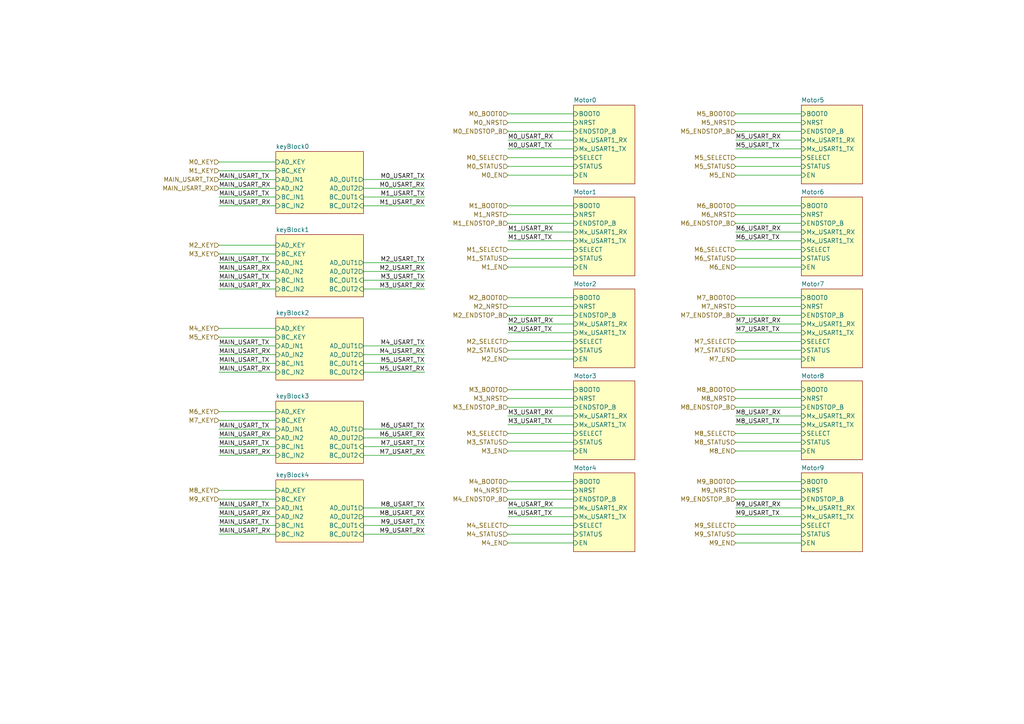
<source format=kicad_sch>
(kicad_sch
	(version 20250114)
	(generator "eeschema")
	(generator_version "9.0")
	(uuid "44a0d098-b940-4b06-84b9-36ef58f5467e")
	(paper "A4")
	(title_block
		(title "Плата управления\\nшаговыми двигателями")
		(comment 1 "Сборка для управления передачей")
		(comment 2 "Филимонов С.В.")
	)
	(lib_symbols)
	(wire
		(pts
			(xy 213.36 67.31) (xy 232.41 67.31)
		)
		(stroke
			(width 0)
			(type default)
		)
		(uuid "0081be4e-c5d8-40a5-a16b-3ce1fe1a6586")
	)
	(wire
		(pts
			(xy 105.41 100.33) (xy 123.19 100.33)
		)
		(stroke
			(width 0)
			(type default)
		)
		(uuid "00dfd30c-2eb2-45b7-b824-bb0a22c2bf31")
	)
	(wire
		(pts
			(xy 63.5 73.66) (xy 80.01 73.66)
		)
		(stroke
			(width 0)
			(type default)
		)
		(uuid "03672b38-6c3b-457d-8b78-3d98877f00d4")
	)
	(wire
		(pts
			(xy 213.36 99.06) (xy 232.41 99.06)
		)
		(stroke
			(width 0)
			(type default)
		)
		(uuid "03865229-a5d5-4211-957d-cacdb1854c9d")
	)
	(wire
		(pts
			(xy 63.5 52.07) (xy 80.01 52.07)
		)
		(stroke
			(width 0)
			(type default)
		)
		(uuid "0469b86b-79d8-401f-8573-3e053fbed583")
	)
	(wire
		(pts
			(xy 213.36 72.39) (xy 232.41 72.39)
		)
		(stroke
			(width 0)
			(type default)
		)
		(uuid "04ec93c4-e7dc-4afe-b94e-8323467e741b")
	)
	(wire
		(pts
			(xy 63.5 81.28) (xy 80.01 81.28)
		)
		(stroke
			(width 0)
			(type default)
		)
		(uuid "05e4757d-9570-4b7e-a643-ea54e2f9b8af")
	)
	(wire
		(pts
			(xy 147.32 64.77) (xy 166.37 64.77)
		)
		(stroke
			(width 0)
			(type default)
		)
		(uuid "09c432a2-dd80-4333-9164-159527ae856b")
	)
	(wire
		(pts
			(xy 147.32 67.31) (xy 166.37 67.31)
		)
		(stroke
			(width 0)
			(type default)
		)
		(uuid "0bdd5c72-2725-4ad6-a69c-01875497e7f5")
	)
	(wire
		(pts
			(xy 147.32 77.47) (xy 166.37 77.47)
		)
		(stroke
			(width 0)
			(type default)
		)
		(uuid "0d826d09-4b77-4007-945e-24a9b0a607bb")
	)
	(wire
		(pts
			(xy 105.41 147.32) (xy 123.19 147.32)
		)
		(stroke
			(width 0)
			(type default)
		)
		(uuid "0ec0e747-63ca-4025-a267-962f8b8ef3a9")
	)
	(wire
		(pts
			(xy 213.36 86.36) (xy 232.41 86.36)
		)
		(stroke
			(width 0)
			(type default)
		)
		(uuid "0ec1ee5e-be7e-483f-bea3-2f43843edfd2")
	)
	(wire
		(pts
			(xy 213.36 101.6) (xy 232.41 101.6)
		)
		(stroke
			(width 0)
			(type default)
		)
		(uuid "0f4ea839-df3f-4aad-b35b-0c738414c77c")
	)
	(wire
		(pts
			(xy 147.32 72.39) (xy 166.37 72.39)
		)
		(stroke
			(width 0)
			(type default)
		)
		(uuid "115def51-8d0f-4b97-af04-9a930d8db35d")
	)
	(wire
		(pts
			(xy 105.41 107.95) (xy 123.19 107.95)
		)
		(stroke
			(width 0)
			(type default)
		)
		(uuid "13e7f937-614f-4c18-bd68-9d276cc23e70")
	)
	(wire
		(pts
			(xy 147.32 62.23) (xy 166.37 62.23)
		)
		(stroke
			(width 0)
			(type default)
		)
		(uuid "1417e4c6-d56b-480a-b645-6b8dd774fc80")
	)
	(wire
		(pts
			(xy 213.36 40.64) (xy 232.41 40.64)
		)
		(stroke
			(width 0)
			(type default)
		)
		(uuid "1624313a-9a69-4901-9d14-361085e895f9")
	)
	(wire
		(pts
			(xy 147.32 152.4) (xy 166.37 152.4)
		)
		(stroke
			(width 0)
			(type default)
		)
		(uuid "19642776-064e-43ca-87ab-27738166c8e4")
	)
	(wire
		(pts
			(xy 105.41 132.08) (xy 123.19 132.08)
		)
		(stroke
			(width 0)
			(type default)
		)
		(uuid "1de7f261-96e1-434b-be08-015eb3f4c7d4")
	)
	(wire
		(pts
			(xy 105.41 76.2) (xy 123.19 76.2)
		)
		(stroke
			(width 0)
			(type default)
		)
		(uuid "1ef50350-678a-49aa-ae70-e59228cfbaaa")
	)
	(wire
		(pts
			(xy 213.36 154.94) (xy 232.41 154.94)
		)
		(stroke
			(width 0)
			(type default)
		)
		(uuid "1fcd1dc7-a760-4fec-b836-30a1de36d92f")
	)
	(wire
		(pts
			(xy 147.32 139.7) (xy 166.37 139.7)
		)
		(stroke
			(width 0)
			(type default)
		)
		(uuid "2285c933-6e2d-4b76-a60e-b78ba24d4216")
	)
	(wire
		(pts
			(xy 63.5 46.99) (xy 80.01 46.99)
		)
		(stroke
			(width 0)
			(type default)
		)
		(uuid "22a2bd03-ef4b-4ebc-b069-bd3cc1575e08")
	)
	(wire
		(pts
			(xy 105.41 81.28) (xy 123.19 81.28)
		)
		(stroke
			(width 0)
			(type default)
		)
		(uuid "23e2ec28-8622-4539-95ae-597ee5119c41")
	)
	(wire
		(pts
			(xy 147.32 38.1) (xy 166.37 38.1)
		)
		(stroke
			(width 0)
			(type default)
		)
		(uuid "271893e4-58fe-42ca-9aa6-7454a6227441")
	)
	(wire
		(pts
			(xy 213.36 147.32) (xy 232.41 147.32)
		)
		(stroke
			(width 0)
			(type default)
		)
		(uuid "27217829-34f9-4e5d-b95f-289826134685")
	)
	(wire
		(pts
			(xy 213.36 77.47) (xy 232.41 77.47)
		)
		(stroke
			(width 0)
			(type default)
		)
		(uuid "2ff3f28b-dd71-41b5-8425-1548253e4533")
	)
	(wire
		(pts
			(xy 147.32 96.52) (xy 166.37 96.52)
		)
		(stroke
			(width 0)
			(type default)
		)
		(uuid "30d76589-d8ab-44af-a268-d9aa3e9adad8")
	)
	(wire
		(pts
			(xy 147.32 144.78) (xy 166.37 144.78)
		)
		(stroke
			(width 0)
			(type default)
		)
		(uuid "326a9adc-eebe-4edc-9cf5-f7647fbdacb4")
	)
	(wire
		(pts
			(xy 63.5 119.38) (xy 80.01 119.38)
		)
		(stroke
			(width 0)
			(type default)
		)
		(uuid "358f9b56-6a2b-48b6-8501-fab6b8b9d54a")
	)
	(wire
		(pts
			(xy 63.5 154.94) (xy 80.01 154.94)
		)
		(stroke
			(width 0)
			(type default)
		)
		(uuid "3626f129-03e1-4ca5-b393-8294f5987e60")
	)
	(wire
		(pts
			(xy 213.36 149.86) (xy 232.41 149.86)
		)
		(stroke
			(width 0)
			(type default)
		)
		(uuid "3863177a-3b40-4e93-a5bd-93008ca7805e")
	)
	(wire
		(pts
			(xy 105.41 54.61) (xy 123.19 54.61)
		)
		(stroke
			(width 0)
			(type default)
		)
		(uuid "38e34714-3374-4811-9aba-bb2f696d0ce8")
	)
	(wire
		(pts
			(xy 147.32 88.9) (xy 166.37 88.9)
		)
		(stroke
			(width 0)
			(type default)
		)
		(uuid "3a781271-2f10-41cc-983f-d314052d3047")
	)
	(wire
		(pts
			(xy 147.32 125.73) (xy 166.37 125.73)
		)
		(stroke
			(width 0)
			(type default)
		)
		(uuid "3db311f4-b2e6-44b6-bffb-3c2d780ed9b9")
	)
	(wire
		(pts
			(xy 105.41 83.82) (xy 123.19 83.82)
		)
		(stroke
			(width 0)
			(type default)
		)
		(uuid "46073f2b-a685-47a7-9d84-ec2d254a6d5f")
	)
	(wire
		(pts
			(xy 213.36 50.8) (xy 232.41 50.8)
		)
		(stroke
			(width 0)
			(type default)
		)
		(uuid "47c00714-05d1-4d82-8245-1762bb85f10e")
	)
	(wire
		(pts
			(xy 147.32 149.86) (xy 166.37 149.86)
		)
		(stroke
			(width 0)
			(type default)
		)
		(uuid "4863d145-f9c6-46b6-bbd2-b2515b17edeb")
	)
	(wire
		(pts
			(xy 105.41 105.41) (xy 123.19 105.41)
		)
		(stroke
			(width 0)
			(type default)
		)
		(uuid "4c5b20c8-43b7-409a-a281-c1c60709f62f")
	)
	(wire
		(pts
			(xy 105.41 127) (xy 123.19 127)
		)
		(stroke
			(width 0)
			(type default)
		)
		(uuid "4da937a2-0825-4c16-98fd-eab16c066c3e")
	)
	(wire
		(pts
			(xy 147.32 130.81) (xy 166.37 130.81)
		)
		(stroke
			(width 0)
			(type default)
		)
		(uuid "4e60969d-9ed0-4b03-b794-892195d69e95")
	)
	(wire
		(pts
			(xy 147.32 59.69) (xy 166.37 59.69)
		)
		(stroke
			(width 0)
			(type default)
		)
		(uuid "571df766-35df-42cd-8927-6088a2c0bcd5")
	)
	(wire
		(pts
			(xy 63.5 57.15) (xy 80.01 57.15)
		)
		(stroke
			(width 0)
			(type default)
		)
		(uuid "5c9cf414-2006-493b-934b-18bf137f6833")
	)
	(wire
		(pts
			(xy 213.36 91.44) (xy 232.41 91.44)
		)
		(stroke
			(width 0)
			(type default)
		)
		(uuid "6072cf5c-ba0f-4db3-bb83-6c3d6597446d")
	)
	(wire
		(pts
			(xy 63.5 144.78) (xy 80.01 144.78)
		)
		(stroke
			(width 0)
			(type default)
		)
		(uuid "60f92a3e-a6ef-470a-ab4d-d1104bff472a")
	)
	(wire
		(pts
			(xy 147.32 101.6) (xy 166.37 101.6)
		)
		(stroke
			(width 0)
			(type default)
		)
		(uuid "62517fcc-5536-4ffe-81c0-bc309f3f30c0")
	)
	(wire
		(pts
			(xy 147.32 113.03) (xy 166.37 113.03)
		)
		(stroke
			(width 0)
			(type default)
		)
		(uuid "66d24d1f-6530-4beb-9221-bb18874f4c28")
	)
	(wire
		(pts
			(xy 63.5 102.87) (xy 80.01 102.87)
		)
		(stroke
			(width 0)
			(type default)
		)
		(uuid "671bdfb8-6f99-4059-b457-d4ce691804f6")
	)
	(wire
		(pts
			(xy 63.5 59.69) (xy 80.01 59.69)
		)
		(stroke
			(width 0)
			(type default)
		)
		(uuid "6835abbd-17b9-49e3-97c8-474ba6255c54")
	)
	(wire
		(pts
			(xy 147.32 128.27) (xy 166.37 128.27)
		)
		(stroke
			(width 0)
			(type default)
		)
		(uuid "69c060b8-c5bd-40cd-84a3-2918fd8e3e2a")
	)
	(wire
		(pts
			(xy 213.36 43.18) (xy 232.41 43.18)
		)
		(stroke
			(width 0)
			(type default)
		)
		(uuid "69c6c68d-d54f-4763-a00f-bf3d717363da")
	)
	(wire
		(pts
			(xy 147.32 123.19) (xy 166.37 123.19)
		)
		(stroke
			(width 0)
			(type default)
		)
		(uuid "6e7a2b3f-90b6-4184-bdda-dfcf03a2e291")
	)
	(wire
		(pts
			(xy 147.32 50.8) (xy 166.37 50.8)
		)
		(stroke
			(width 0)
			(type default)
		)
		(uuid "71520bbe-ef9e-4706-89a3-5c6d3c1691b9")
	)
	(wire
		(pts
			(xy 147.32 74.93) (xy 166.37 74.93)
		)
		(stroke
			(width 0)
			(type default)
		)
		(uuid "730a2955-85ff-4058-9ad6-517eeb9cc576")
	)
	(wire
		(pts
			(xy 213.36 45.72) (xy 232.41 45.72)
		)
		(stroke
			(width 0)
			(type default)
		)
		(uuid "73cca97e-3fc6-4084-979d-23dee188b1f4")
	)
	(wire
		(pts
			(xy 147.32 40.64) (xy 166.37 40.64)
		)
		(stroke
			(width 0)
			(type default)
		)
		(uuid "7481a59b-6f0e-4a84-ba32-4ab0e72cb10c")
	)
	(wire
		(pts
			(xy 105.41 57.15) (xy 123.19 57.15)
		)
		(stroke
			(width 0)
			(type default)
		)
		(uuid "74a93d56-24f9-4d26-83d0-33110811499e")
	)
	(wire
		(pts
			(xy 63.5 54.61) (xy 80.01 54.61)
		)
		(stroke
			(width 0)
			(type default)
		)
		(uuid "74d5d60b-9d32-49f3-9515-d0e625447493")
	)
	(wire
		(pts
			(xy 213.36 88.9) (xy 232.41 88.9)
		)
		(stroke
			(width 0)
			(type default)
		)
		(uuid "77734100-c171-4fd7-aaa2-a28541d39cf0")
	)
	(wire
		(pts
			(xy 147.32 33.02) (xy 166.37 33.02)
		)
		(stroke
			(width 0)
			(type default)
		)
		(uuid "785ce001-1a04-4989-adf7-78a1bf747715")
	)
	(wire
		(pts
			(xy 147.32 45.72) (xy 166.37 45.72)
		)
		(stroke
			(width 0)
			(type default)
		)
		(uuid "7a14ecab-b3d0-46b7-8bdf-2e20f69ac837")
	)
	(wire
		(pts
			(xy 63.5 124.46) (xy 80.01 124.46)
		)
		(stroke
			(width 0)
			(type default)
		)
		(uuid "7b2b7b40-98f1-4e91-acf1-be9b01bea800")
	)
	(wire
		(pts
			(xy 63.5 71.12) (xy 80.01 71.12)
		)
		(stroke
			(width 0)
			(type default)
		)
		(uuid "7e428671-8917-408c-86d3-5afb21d7a5c9")
	)
	(wire
		(pts
			(xy 213.36 59.69) (xy 232.41 59.69)
		)
		(stroke
			(width 0)
			(type default)
		)
		(uuid "847ae200-4237-470f-aa27-e9da3dfbb89a")
	)
	(wire
		(pts
			(xy 63.5 76.2) (xy 80.01 76.2)
		)
		(stroke
			(width 0)
			(type default)
		)
		(uuid "86e05c27-1d2f-4f6e-8129-373e99ba766d")
	)
	(wire
		(pts
			(xy 213.36 125.73) (xy 232.41 125.73)
		)
		(stroke
			(width 0)
			(type default)
		)
		(uuid "8c0ef001-8c28-4508-be86-a88da80f9e24")
	)
	(wire
		(pts
			(xy 147.32 86.36) (xy 166.37 86.36)
		)
		(stroke
			(width 0)
			(type default)
		)
		(uuid "8e6f3432-6540-40e7-a1dd-1177e5374368")
	)
	(wire
		(pts
			(xy 63.5 83.82) (xy 80.01 83.82)
		)
		(stroke
			(width 0)
			(type default)
		)
		(uuid "8f9eeed0-3e13-4714-aca6-789fcb579262")
	)
	(wire
		(pts
			(xy 147.32 147.32) (xy 166.37 147.32)
		)
		(stroke
			(width 0)
			(type default)
		)
		(uuid "8fa1027e-885d-4a15-8f59-4826341ed266")
	)
	(wire
		(pts
			(xy 63.5 147.32) (xy 80.01 147.32)
		)
		(stroke
			(width 0)
			(type default)
		)
		(uuid "95c486fe-6109-4a4e-9fc2-e0643afeb662")
	)
	(wire
		(pts
			(xy 63.5 107.95) (xy 80.01 107.95)
		)
		(stroke
			(width 0)
			(type default)
		)
		(uuid "96ca0cfc-3b1c-452f-8673-65d82ad8a1c4")
	)
	(wire
		(pts
			(xy 63.5 78.74) (xy 80.01 78.74)
		)
		(stroke
			(width 0)
			(type default)
		)
		(uuid "9a067b10-8b0d-4b96-99fd-a91e6842f2d4")
	)
	(wire
		(pts
			(xy 147.32 48.26) (xy 166.37 48.26)
		)
		(stroke
			(width 0)
			(type default)
		)
		(uuid "9c1b44b8-544e-42f1-b619-45428fdb9944")
	)
	(wire
		(pts
			(xy 213.36 104.14) (xy 232.41 104.14)
		)
		(stroke
			(width 0)
			(type default)
		)
		(uuid "9cdbd6f6-b97d-44a9-9abc-ba8b8ca6d2c4")
	)
	(wire
		(pts
			(xy 105.41 102.87) (xy 123.19 102.87)
		)
		(stroke
			(width 0)
			(type default)
		)
		(uuid "a09dc400-e891-4a87-9f6a-d8ea55b8a3a9")
	)
	(wire
		(pts
			(xy 213.36 130.81) (xy 232.41 130.81)
		)
		(stroke
			(width 0)
			(type default)
		)
		(uuid "a4571f04-4933-414f-aa6e-a9b8052eb805")
	)
	(wire
		(pts
			(xy 213.36 113.03) (xy 232.41 113.03)
		)
		(stroke
			(width 0)
			(type default)
		)
		(uuid "a55eadfe-59c9-4cdf-92d7-9d1380dc3b36")
	)
	(wire
		(pts
			(xy 105.41 59.69) (xy 123.19 59.69)
		)
		(stroke
			(width 0)
			(type default)
		)
		(uuid "a62ba50c-0858-4d1d-af9d-9eff4fd82518")
	)
	(wire
		(pts
			(xy 213.36 96.52) (xy 232.41 96.52)
		)
		(stroke
			(width 0)
			(type default)
		)
		(uuid "a7568d6e-2350-4dab-b1c3-0b17819d9590")
	)
	(wire
		(pts
			(xy 105.41 124.46) (xy 123.19 124.46)
		)
		(stroke
			(width 0)
			(type default)
		)
		(uuid "a7955da8-904f-4bd4-b5f9-5c2159a526cf")
	)
	(wire
		(pts
			(xy 147.32 142.24) (xy 166.37 142.24)
		)
		(stroke
			(width 0)
			(type default)
		)
		(uuid "a8bf211b-e69f-4e25-857d-1401a2a8b1db")
	)
	(wire
		(pts
			(xy 213.36 93.98) (xy 232.41 93.98)
		)
		(stroke
			(width 0)
			(type default)
		)
		(uuid "a9009785-3b6a-416b-b1cb-667301343b1f")
	)
	(wire
		(pts
			(xy 147.32 115.57) (xy 166.37 115.57)
		)
		(stroke
			(width 0)
			(type default)
		)
		(uuid "a9d9e7c1-1684-41b5-b1fd-cbda86ba8bd8")
	)
	(wire
		(pts
			(xy 213.36 62.23) (xy 232.41 62.23)
		)
		(stroke
			(width 0)
			(type default)
		)
		(uuid "aaef9e2f-c7b9-4607-842f-d6a327cf0202")
	)
	(wire
		(pts
			(xy 147.32 118.11) (xy 166.37 118.11)
		)
		(stroke
			(width 0)
			(type default)
		)
		(uuid "abef2883-8a3c-4166-aa9c-d01c5ca11aa4")
	)
	(wire
		(pts
			(xy 147.32 35.56) (xy 166.37 35.56)
		)
		(stroke
			(width 0)
			(type default)
		)
		(uuid "adde6435-c6f4-4740-8d6c-300dd6d0fcc0")
	)
	(wire
		(pts
			(xy 147.32 120.65) (xy 166.37 120.65)
		)
		(stroke
			(width 0)
			(type default)
		)
		(uuid "ae0e5dbb-9271-4665-bd90-29e5c3f4cdf9")
	)
	(wire
		(pts
			(xy 105.41 129.54) (xy 123.19 129.54)
		)
		(stroke
			(width 0)
			(type default)
		)
		(uuid "aea9d52c-c256-41d9-8376-ec5e2350e048")
	)
	(wire
		(pts
			(xy 63.5 105.41) (xy 80.01 105.41)
		)
		(stroke
			(width 0)
			(type default)
		)
		(uuid "af8f0167-79e2-4bc0-8df3-f72d86f9d331")
	)
	(wire
		(pts
			(xy 213.36 144.78) (xy 232.41 144.78)
		)
		(stroke
			(width 0)
			(type default)
		)
		(uuid "b106c855-630e-4486-885c-0fdfc710065c")
	)
	(wire
		(pts
			(xy 105.41 154.94) (xy 123.19 154.94)
		)
		(stroke
			(width 0)
			(type default)
		)
		(uuid "b2534e90-f475-41ca-8588-b3f471b87218")
	)
	(wire
		(pts
			(xy 63.5 121.92) (xy 80.01 121.92)
		)
		(stroke
			(width 0)
			(type default)
		)
		(uuid "b2de2f56-60a3-47c8-9cbf-d9c61505667f")
	)
	(wire
		(pts
			(xy 213.36 38.1) (xy 232.41 38.1)
		)
		(stroke
			(width 0)
			(type default)
		)
		(uuid "b6ffff7f-b747-4034-93da-d18ce272cd28")
	)
	(wire
		(pts
			(xy 213.36 118.11) (xy 232.41 118.11)
		)
		(stroke
			(width 0)
			(type default)
		)
		(uuid "b703cb7c-d9c2-4e82-8a2a-40bc940e9c1a")
	)
	(wire
		(pts
			(xy 213.36 128.27) (xy 232.41 128.27)
		)
		(stroke
			(width 0)
			(type default)
		)
		(uuid "b73f9ac2-c4ee-4dba-be48-aa989fa99bd9")
	)
	(wire
		(pts
			(xy 213.36 64.77) (xy 232.41 64.77)
		)
		(stroke
			(width 0)
			(type default)
		)
		(uuid "b7b70684-cca2-45f9-a4ca-b5eaf3b2a145")
	)
	(wire
		(pts
			(xy 63.5 127) (xy 80.01 127)
		)
		(stroke
			(width 0)
			(type default)
		)
		(uuid "b8455134-8e83-4f71-b320-2455d9a8fcb8")
	)
	(wire
		(pts
			(xy 147.32 93.98) (xy 166.37 93.98)
		)
		(stroke
			(width 0)
			(type default)
		)
		(uuid "b88d00eb-f31c-4e76-ae19-f52f92aa73c4")
	)
	(wire
		(pts
			(xy 147.32 99.06) (xy 166.37 99.06)
		)
		(stroke
			(width 0)
			(type default)
		)
		(uuid "ba033914-8b8b-469e-98b5-b9de64727cd3")
	)
	(wire
		(pts
			(xy 63.5 49.53) (xy 80.01 49.53)
		)
		(stroke
			(width 0)
			(type default)
		)
		(uuid "bf807660-96c3-4706-a2da-805c257bca4c")
	)
	(wire
		(pts
			(xy 63.5 129.54) (xy 80.01 129.54)
		)
		(stroke
			(width 0)
			(type default)
		)
		(uuid "c1120aeb-5095-4521-9b7d-7534f323ce15")
	)
	(wire
		(pts
			(xy 213.36 123.19) (xy 232.41 123.19)
		)
		(stroke
			(width 0)
			(type default)
		)
		(uuid "c2046d5f-2519-469d-b41b-eb6ceeffc648")
	)
	(wire
		(pts
			(xy 147.32 104.14) (xy 166.37 104.14)
		)
		(stroke
			(width 0)
			(type default)
		)
		(uuid "c2b6da30-0686-4e73-beb4-d799ee5b3291")
	)
	(wire
		(pts
			(xy 105.41 78.74) (xy 123.19 78.74)
		)
		(stroke
			(width 0)
			(type default)
		)
		(uuid "c469b950-e8c5-4e60-9ec1-1a56f21546e1")
	)
	(wire
		(pts
			(xy 147.32 157.48) (xy 166.37 157.48)
		)
		(stroke
			(width 0)
			(type default)
		)
		(uuid "c534a8dc-758e-43ba-98f4-ad505523c9b5")
	)
	(wire
		(pts
			(xy 63.5 152.4) (xy 80.01 152.4)
		)
		(stroke
			(width 0)
			(type default)
		)
		(uuid "c882e822-1b2e-41d7-a621-1981753cfe81")
	)
	(wire
		(pts
			(xy 213.36 115.57) (xy 232.41 115.57)
		)
		(stroke
			(width 0)
			(type default)
		)
		(uuid "c9574ef2-90ca-4415-93c9-c92d04faf8f4")
	)
	(wire
		(pts
			(xy 105.41 52.07) (xy 123.19 52.07)
		)
		(stroke
			(width 0)
			(type default)
		)
		(uuid "c96b4ffe-3b50-4648-b58f-f5128c1b2c43")
	)
	(wire
		(pts
			(xy 213.36 48.26) (xy 232.41 48.26)
		)
		(stroke
			(width 0)
			(type default)
		)
		(uuid "ccc4065b-f083-4c01-aa23-83502b956cf5")
	)
	(wire
		(pts
			(xy 213.36 157.48) (xy 232.41 157.48)
		)
		(stroke
			(width 0)
			(type default)
		)
		(uuid "cdb7f4ba-6e1d-4e8c-a0db-b1a8b0dce27b")
	)
	(wire
		(pts
			(xy 213.36 139.7) (xy 232.41 139.7)
		)
		(stroke
			(width 0)
			(type default)
		)
		(uuid "cf8f8c8c-864e-49e6-8873-e46a6b8f0a3e")
	)
	(wire
		(pts
			(xy 63.5 97.79) (xy 80.01 97.79)
		)
		(stroke
			(width 0)
			(type default)
		)
		(uuid "d45b39b5-70a2-43d3-a069-b4e6ac4c1d49")
	)
	(wire
		(pts
			(xy 63.5 95.25) (xy 80.01 95.25)
		)
		(stroke
			(width 0)
			(type default)
		)
		(uuid "d4d09426-933c-4ec4-addc-6e13ea62eb76")
	)
	(wire
		(pts
			(xy 213.36 33.02) (xy 232.41 33.02)
		)
		(stroke
			(width 0)
			(type default)
		)
		(uuid "d566437b-2c2b-458b-9a94-5c744f7b4c8c")
	)
	(wire
		(pts
			(xy 213.36 69.85) (xy 232.41 69.85)
		)
		(stroke
			(width 0)
			(type default)
		)
		(uuid "d6251218-0953-4db7-9d7f-37ad929966d7")
	)
	(wire
		(pts
			(xy 213.36 152.4) (xy 232.41 152.4)
		)
		(stroke
			(width 0)
			(type default)
		)
		(uuid "d99aa90e-ea02-40d7-b298-de2539e389c8")
	)
	(wire
		(pts
			(xy 147.32 91.44) (xy 166.37 91.44)
		)
		(stroke
			(width 0)
			(type default)
		)
		(uuid "da2fa63a-0ce8-4e3f-b3a8-3a7e5f658eb6")
	)
	(wire
		(pts
			(xy 147.32 154.94) (xy 166.37 154.94)
		)
		(stroke
			(width 0)
			(type default)
		)
		(uuid "ddb79d3a-7605-42b5-bd79-876eb3d87390")
	)
	(wire
		(pts
			(xy 147.32 43.18) (xy 166.37 43.18)
		)
		(stroke
			(width 0)
			(type default)
		)
		(uuid "e29265e9-3f6f-4e79-a30b-56be98442ea2")
	)
	(wire
		(pts
			(xy 213.36 120.65) (xy 232.41 120.65)
		)
		(stroke
			(width 0)
			(type default)
		)
		(uuid "e2d4b830-2639-4979-8d5d-b59e75f3c0cc")
	)
	(wire
		(pts
			(xy 213.36 74.93) (xy 232.41 74.93)
		)
		(stroke
			(width 0)
			(type default)
		)
		(uuid "e31ee79e-1265-4fb8-965a-c8ed71e9bec1")
	)
	(wire
		(pts
			(xy 63.5 149.86) (xy 80.01 149.86)
		)
		(stroke
			(width 0)
			(type default)
		)
		(uuid "e3b57279-0dc6-4203-b7df-16ac750d2f85")
	)
	(wire
		(pts
			(xy 63.5 142.24) (xy 80.01 142.24)
		)
		(stroke
			(width 0)
			(type default)
		)
		(uuid "e56efd6a-1897-4ce5-bcc7-63cbcc261fed")
	)
	(wire
		(pts
			(xy 213.36 35.56) (xy 232.41 35.56)
		)
		(stroke
			(width 0)
			(type default)
		)
		(uuid "e77e80e6-0ab9-4d15-8d79-73c6b113cd58")
	)
	(wire
		(pts
			(xy 147.32 69.85) (xy 166.37 69.85)
		)
		(stroke
			(width 0)
			(type default)
		)
		(uuid "e9588289-b500-485a-961d-8d398c10ba5d")
	)
	(wire
		(pts
			(xy 63.5 100.33) (xy 80.01 100.33)
		)
		(stroke
			(width 0)
			(type default)
		)
		(uuid "eb9f631d-e1ca-4bb8-8f9b-670d6d7430f7")
	)
	(wire
		(pts
			(xy 63.5 132.08) (xy 80.01 132.08)
		)
		(stroke
			(width 0)
			(type default)
		)
		(uuid "f05b5cd9-0cc9-4fa2-aeee-2f6cc84bdf97")
	)
	(wire
		(pts
			(xy 105.41 152.4) (xy 123.19 152.4)
		)
		(stroke
			(width 0)
			(type default)
		)
		(uuid "f20564d3-d526-48dd-b0cb-bdc613788b3f")
	)
	(wire
		(pts
			(xy 213.36 142.24) (xy 232.41 142.24)
		)
		(stroke
			(width 0)
			(type default)
		)
		(uuid "f9971061-4a3a-4c38-b805-49c675081eea")
	)
	(wire
		(pts
			(xy 105.41 149.86) (xy 123.19 149.86)
		)
		(stroke
			(width 0)
			(type default)
		)
		(uuid "fcbc5e5f-25fd-4d10-993c-5df6e0489cfd")
	)
	(label "M2_USART_RX"
		(at 147.32 93.98 0)
		(effects
			(font
				(size 1.27 1.27)
			)
			(justify left bottom)
		)
		(uuid "085a0695-54e8-40ed-a45a-0674e5be844d")
	)
	(label "M1_USART_RX"
		(at 147.32 67.31 0)
		(effects
			(font
				(size 1.27 1.27)
			)
			(justify left bottom)
		)
		(uuid "0b084454-5060-46ad-88f6-763109866364")
	)
	(label "MAIN_USART_TX"
		(at 63.5 147.32 0)
		(effects
			(font
				(size 1.27 1.27)
			)
			(justify left bottom)
		)
		(uuid "0da7810d-f6ba-43ca-9526-8f6bc3580339")
	)
	(label "M8_USART_TX"
		(at 213.36 123.19 0)
		(effects
			(font
				(size 1.27 1.27)
			)
			(justify left bottom)
		)
		(uuid "0e458145-8b3a-4a6e-bd39-04528c48f9c6")
	)
	(label "M6_USART_TX"
		(at 123.19 124.46 180)
		(effects
			(font
				(size 1.27 1.27)
			)
			(justify right bottom)
		)
		(uuid "0ea523fc-4cdd-43fe-94ae-80f497213312")
	)
	(label "MAIN_USART_TX"
		(at 63.5 124.46 0)
		(effects
			(font
				(size 1.27 1.27)
			)
			(justify left bottom)
		)
		(uuid "15def5ea-1f07-481b-a8c2-b0a81f103c70")
	)
	(label "M2_USART_TX"
		(at 147.32 96.52 0)
		(effects
			(font
				(size 1.27 1.27)
			)
			(justify left bottom)
		)
		(uuid "1c8be5e0-e41b-4b1b-bf8a-92c164ec4af6")
	)
	(label "M8_USART_TX"
		(at 123.19 147.32 180)
		(effects
			(font
				(size 1.27 1.27)
			)
			(justify right bottom)
		)
		(uuid "231281ea-86a7-4bd7-8266-7d6626b889e7")
	)
	(label "M3_USART_TX"
		(at 147.32 123.19 0)
		(effects
			(font
				(size 1.27 1.27)
			)
			(justify left bottom)
		)
		(uuid "294190e3-fd34-4bfe-acc0-dd30e881f633")
	)
	(label "M9_USART_TX"
		(at 213.36 149.86 0)
		(effects
			(font
				(size 1.27 1.27)
			)
			(justify left bottom)
		)
		(uuid "2db18d0b-4004-4208-aff5-a6279bd7458b")
	)
	(label "M4_USART_RX"
		(at 147.32 147.32 0)
		(effects
			(font
				(size 1.27 1.27)
			)
			(justify left bottom)
		)
		(uuid "2f307d72-881a-47a8-9daa-9b9cba64e000")
	)
	(label "MAIN_USART_RX"
		(at 63.5 127 0)
		(effects
			(font
				(size 1.27 1.27)
			)
			(justify left bottom)
		)
		(uuid "300c28da-5a1b-4f76-a1e6-c9165de63cbd")
	)
	(label "MAIN_USART_TX"
		(at 63.5 105.41 0)
		(effects
			(font
				(size 1.27 1.27)
			)
			(justify left bottom)
		)
		(uuid "3728594f-e291-43f9-9530-08b17427a237")
	)
	(label "M1_USART_TX"
		(at 123.19 57.15 180)
		(effects
			(font
				(size 1.27 1.27)
			)
			(justify right bottom)
		)
		(uuid "379bb313-3211-4c0f-a0b9-867aa0a3d380")
	)
	(label "MAIN_USART_TX"
		(at 63.5 76.2 0)
		(effects
			(font
				(size 1.27 1.27)
			)
			(justify left bottom)
		)
		(uuid "3e8ab9a4-e686-48c4-b63a-930f76f5121c")
	)
	(label "MAIN_USART_TX"
		(at 63.5 129.54 0)
		(effects
			(font
				(size 1.27 1.27)
			)
			(justify left bottom)
		)
		(uuid "3ff8b81b-b650-4993-888c-c5d0c9e0fab3")
	)
	(label "M6_USART_TX"
		(at 213.36 69.85 0)
		(effects
			(font
				(size 1.27 1.27)
			)
			(justify left bottom)
		)
		(uuid "44d35bce-8779-4961-baac-e2ee4970f473")
	)
	(label "M0_USART_RX"
		(at 123.19 54.61 180)
		(effects
			(font
				(size 1.27 1.27)
			)
			(justify right bottom)
		)
		(uuid "487dfcc5-3c26-4c9e-8453-3e9539bdea25")
	)
	(label "M7_USART_TX"
		(at 213.36 96.52 0)
		(effects
			(font
				(size 1.27 1.27)
			)
			(justify left bottom)
		)
		(uuid "5db15607-2ec8-436c-9566-8c7200183e2f")
	)
	(label "M1_USART_TX"
		(at 147.32 69.85 0)
		(effects
			(font
				(size 1.27 1.27)
			)
			(justify left bottom)
		)
		(uuid "6231ad6c-f7d9-45e7-a69d-f61a1f8993e0")
	)
	(label "M4_USART_RX"
		(at 123.19 102.87 180)
		(effects
			(font
				(size 1.27 1.27)
			)
			(justify right bottom)
		)
		(uuid "62c07a9b-8e03-43b4-bb46-4528dfd3101b")
	)
	(label "M7_USART_TX"
		(at 123.19 129.54 180)
		(effects
			(font
				(size 1.27 1.27)
			)
			(justify right bottom)
		)
		(uuid "66256d03-93d0-494d-aeb8-54d43259ca53")
	)
	(label "M0_USART_TX"
		(at 147.32 43.18 0)
		(effects
			(font
				(size 1.27 1.27)
			)
			(justify left bottom)
		)
		(uuid "6777e73a-3506-4acb-92e9-56ae70c5597a")
	)
	(label "M9_USART_TX"
		(at 123.19 152.4 180)
		(effects
			(font
				(size 1.27 1.27)
			)
			(justify right bottom)
		)
		(uuid "6a87abd3-2452-480a-b14e-dd8746f0d186")
	)
	(label "MAIN_USART_RX"
		(at 63.5 83.82 0)
		(effects
			(font
				(size 1.27 1.27)
			)
			(justify left bottom)
		)
		(uuid "6b81f733-cf24-4055-bb56-7f393c43a646")
	)
	(label "M3_USART_RX"
		(at 123.19 83.82 180)
		(effects
			(font
				(size 1.27 1.27)
			)
			(justify right bottom)
		)
		(uuid "6d0f99e9-77a9-487b-8237-b4337370535a")
	)
	(label "M5_USART_RX"
		(at 123.19 107.95 180)
		(effects
			(font
				(size 1.27 1.27)
			)
			(justify right bottom)
		)
		(uuid "70e30231-dd23-4213-949a-dfcd718b9296")
	)
	(label "M4_USART_TX"
		(at 147.32 149.86 0)
		(effects
			(font
				(size 1.27 1.27)
			)
			(justify left bottom)
		)
		(uuid "731f69a7-108f-45e0-9e20-a13e2a1dfa98")
	)
	(label "MAIN_USART_RX"
		(at 63.5 54.61 0)
		(effects
			(font
				(size 1.27 1.27)
			)
			(justify left bottom)
		)
		(uuid "73d41bab-f5db-4c59-a216-836bd31fcd3f")
	)
	(label "MAIN_USART_RX"
		(at 63.5 154.94 0)
		(effects
			(font
				(size 1.27 1.27)
			)
			(justify left bottom)
		)
		(uuid "7f8d9dfc-9425-46d0-9d58-fce240b60af5")
	)
	(label "MAIN_USART_RX"
		(at 63.5 78.74 0)
		(effects
			(font
				(size 1.27 1.27)
			)
			(justify left bottom)
		)
		(uuid "7fd2433b-2cc4-48d3-96ee-8334f911fab7")
	)
	(label "M0_USART_TX"
		(at 123.19 52.07 180)
		(effects
			(font
				(size 1.27 1.27)
			)
			(justify right bottom)
		)
		(uuid "85176ddc-ad05-469a-b14b-3195acdf2cc1")
	)
	(label "MAIN_USART_TX"
		(at 63.5 52.07 0)
		(effects
			(font
				(size 1.27 1.27)
			)
			(justify left bottom)
		)
		(uuid "8b0d6aa5-48cb-454d-9186-76e58574f4d9")
	)
	(label "MAIN_USART_TX"
		(at 63.5 100.33 0)
		(effects
			(font
				(size 1.27 1.27)
			)
			(justify left bottom)
		)
		(uuid "8b1a7ab7-112d-4126-bae8-e31af43c5032")
	)
	(label "MAIN_USART_RX"
		(at 63.5 102.87 0)
		(effects
			(font
				(size 1.27 1.27)
			)
			(justify left bottom)
		)
		(uuid "9633b98b-a66f-49e1-9f20-c90bc5b38771")
	)
	(label "M6_USART_RX"
		(at 123.19 127 180)
		(effects
			(font
				(size 1.27 1.27)
			)
			(justify right bottom)
		)
		(uuid "96487792-fcdf-436d-81fe-6fbb4dc7275a")
	)
	(label "MAIN_USART_RX"
		(at 63.5 59.69 0)
		(effects
			(font
				(size 1.27 1.27)
			)
			(justify left bottom)
		)
		(uuid "99812d8b-0e91-4b89-9823-7cccf4de4a2c")
	)
	(label "M3_USART_TX"
		(at 123.19 81.28 180)
		(effects
			(font
				(size 1.27 1.27)
			)
			(justify right bottom)
		)
		(uuid "9a376f8c-15df-4db9-bdcb-d28eb8eafe0c")
	)
	(label "M4_USART_TX"
		(at 123.19 100.33 180)
		(effects
			(font
				(size 1.27 1.27)
			)
			(justify right bottom)
		)
		(uuid "9b8b8552-42bf-488e-b0d0-244a9bc07f2b")
	)
	(label "M5_USART_TX"
		(at 213.36 43.18 0)
		(effects
			(font
				(size 1.27 1.27)
			)
			(justify left bottom)
		)
		(uuid "9bac4fe0-607d-4596-b1ff-0f9f4d64260c")
	)
	(label "MAIN_USART_RX"
		(at 63.5 107.95 0)
		(effects
			(font
				(size 1.27 1.27)
			)
			(justify left bottom)
		)
		(uuid "a21c60d4-99bf-4024-aef0-07511fdf0eb3")
	)
	(label "M2_USART_TX"
		(at 123.19 76.2 180)
		(effects
			(font
				(size 1.27 1.27)
			)
			(justify right bottom)
		)
		(uuid "a3037cef-6c86-4468-96f7-edb860db7bbc")
	)
	(label "M3_USART_RX"
		(at 147.32 120.65 0)
		(effects
			(font
				(size 1.27 1.27)
			)
			(justify left bottom)
		)
		(uuid "b11d80ef-1a41-499f-b435-55f1ffef3efe")
	)
	(label "M9_USART_RX"
		(at 123.19 154.94 180)
		(effects
			(font
				(size 1.27 1.27)
			)
			(justify right bottom)
		)
		(uuid "b164ce7c-e7b7-4f84-a89c-64a775e353e1")
	)
	(label "M8_USART_RX"
		(at 123.19 149.86 180)
		(effects
			(font
				(size 1.27 1.27)
			)
			(justify right bottom)
		)
		(uuid "b22765cb-5e5a-46d0-a322-1fb69c4b658e")
	)
	(label "M2_USART_RX"
		(at 123.19 78.74 180)
		(effects
			(font
				(size 1.27 1.27)
			)
			(justify right bottom)
		)
		(uuid "b40de428-ab30-4d79-b537-164a376810b6")
	)
	(label "M5_USART_TX"
		(at 123.19 105.41 180)
		(effects
			(font
				(size 1.27 1.27)
			)
			(justify right bottom)
		)
		(uuid "bb9966b4-8b3a-4c8b-af96-b0d15e49e62d")
	)
	(label "MAIN_USART_RX"
		(at 63.5 132.08 0)
		(effects
			(font
				(size 1.27 1.27)
			)
			(justify left bottom)
		)
		(uuid "bfcff83d-806b-4710-a305-915aff398a6e")
	)
	(label "M0_USART_RX"
		(at 147.32 40.64 0)
		(effects
			(font
				(size 1.27 1.27)
			)
			(justify left bottom)
		)
		(uuid "ce550866-84de-4b37-98c8-5a59beba9317")
	)
	(label "MAIN_USART_TX"
		(at 63.5 57.15 0)
		(effects
			(font
				(size 1.27 1.27)
			)
			(justify left bottom)
		)
		(uuid "d759f667-a4f9-4a11-8e6e-20e47e5b5c9b")
	)
	(label "MAIN_USART_TX"
		(at 63.5 81.28 0)
		(effects
			(font
				(size 1.27 1.27)
			)
			(justify left bottom)
		)
		(uuid "da2213b5-15c2-4f4f-8704-d8bec45b7366")
	)
	(label "M9_USART_RX"
		(at 213.36 147.32 0)
		(effects
			(font
				(size 1.27 1.27)
			)
			(justify left bottom)
		)
		(uuid "e4abe9f7-3a33-4168-b482-3effe979a2c8")
	)
	(label "M8_USART_RX"
		(at 213.36 120.65 0)
		(effects
			(font
				(size 1.27 1.27)
			)
			(justify left bottom)
		)
		(uuid "e67d139b-c133-43a9-8c66-7b1d4936455d")
	)
	(label "M7_USART_RX"
		(at 123.19 132.08 180)
		(effects
			(font
				(size 1.27 1.27)
			)
			(justify right bottom)
		)
		(uuid "ebf2b441-2590-4282-a1a3-4c5fc94b2147")
	)
	(label "M6_USART_RX"
		(at 213.36 67.31 0)
		(effects
			(font
				(size 1.27 1.27)
			)
			(justify left bottom)
		)
		(uuid "f1268bb0-61fc-4b44-8c9d-ed2335edcbfe")
	)
	(label "M7_USART_RX"
		(at 213.36 93.98 0)
		(effects
			(font
				(size 1.27 1.27)
			)
			(justify left bottom)
		)
		(uuid "f1e462dd-1678-492b-968c-c39d88507878")
	)
	(label "MAIN_USART_TX"
		(at 63.5 152.4 0)
		(effects
			(font
				(size 1.27 1.27)
			)
			(justify left bottom)
		)
		(uuid "f295b42f-a149-4f25-863d-97454413b5ac")
	)
	(label "M1_USART_RX"
		(at 123.19 59.69 180)
		(effects
			(font
				(size 1.27 1.27)
			)
			(justify right bottom)
		)
		(uuid "f4b240f6-31d9-48fd-99cc-3322d8ddfee2")
	)
	(label "M5_USART_RX"
		(at 213.36 40.64 0)
		(effects
			(font
				(size 1.27 1.27)
			)
			(justify left bottom)
		)
		(uuid "f4c6844f-4637-47fe-bc46-06d825f798bc")
	)
	(label "MAIN_USART_RX"
		(at 63.5 149.86 0)
		(effects
			(font
				(size 1.27 1.27)
			)
			(justify left bottom)
		)
		(uuid "fc8b61ca-7b80-409f-a1ab-d3e53a9ed9da")
	)
	(hierarchical_label "M7_ENDSTOP_B"
		(shape input)
		(at 213.36 91.44 180)
		(effects
			(font
				(size 1.27 1.27)
			)
			(justify right)
		)
		(uuid "05c7be0b-6895-4563-9216-b47ce82a1a57")
	)
	(hierarchical_label "M0_KEY"
		(shape input)
		(at 63.5 46.99 180)
		(effects
			(font
				(size 1.27 1.27)
			)
			(justify right)
		)
		(uuid "05fe3fc0-45ff-47ad-804c-4004e4abf888")
	)
	(hierarchical_label "M6_KEY"
		(shape input)
		(at 63.5 119.38 180)
		(effects
			(font
				(size 1.27 1.27)
			)
			(justify right)
		)
		(uuid "09b3c07d-9d6d-4944-bbee-ff7b5ead12b6")
	)
	(hierarchical_label "M1_ENDSTOP_B"
		(shape input)
		(at 147.32 64.77 180)
		(effects
			(font
				(size 1.27 1.27)
			)
			(justify right)
		)
		(uuid "0adf1534-4bbf-4a9b-92e7-21f43255230f")
	)
	(hierarchical_label "M4_KEY"
		(shape input)
		(at 63.5 95.25 180)
		(effects
			(font
				(size 1.27 1.27)
			)
			(justify right)
		)
		(uuid "12c25669-1c9b-4619-a65e-1fa1f9f0975d")
	)
	(hierarchical_label "M1_BOOT0"
		(shape input)
		(at 147.32 59.69 180)
		(effects
			(font
				(size 1.27 1.27)
			)
			(justify right)
		)
		(uuid "19fc658a-f9ff-406a-837a-6a7930588eac")
	)
	(hierarchical_label "M2_ENDSTOP_B"
		(shape input)
		(at 147.32 91.44 180)
		(effects
			(font
				(size 1.27 1.27)
			)
			(justify right)
		)
		(uuid "1eddebe0-dd75-4037-a5bf-8b4970815b1e")
	)
	(hierarchical_label "M6_SELECT"
		(shape input)
		(at 213.36 72.39 180)
		(effects
			(font
				(size 1.27 1.27)
			)
			(justify right)
		)
		(uuid "25ece47b-d409-4991-bcd7-f3dbae05ff3e")
	)
	(hierarchical_label "M2_SELECT"
		(shape input)
		(at 147.32 99.06 180)
		(effects
			(font
				(size 1.27 1.27)
			)
			(justify right)
		)
		(uuid "2e624df1-c827-4272-89ee-ede597dfcdc1")
	)
	(hierarchical_label "M9_EN"
		(shape input)
		(at 213.36 157.48 180)
		(effects
			(font
				(size 1.27 1.27)
			)
			(justify right)
		)
		(uuid "2f91da3a-668b-4bc2-bf5f-a28177f0621a")
	)
	(hierarchical_label "M4_EN"
		(shape input)
		(at 147.32 157.48 180)
		(effects
			(font
				(size 1.27 1.27)
			)
			(justify right)
		)
		(uuid "3058ff2d-9404-4ffe-8e43-bffc661d9bae")
	)
	(hierarchical_label "M1_STATUS"
		(shape input)
		(at 147.32 74.93 180)
		(effects
			(font
				(size 1.27 1.27)
			)
			(justify right)
		)
		(uuid "3a3cedda-2e72-41c2-aaee-8323ba4675af")
	)
	(hierarchical_label "M0_ENDSTOP_B"
		(shape input)
		(at 147.32 38.1 180)
		(effects
			(font
				(size 1.27 1.27)
			)
			(justify right)
		)
		(uuid "3ac88328-bed2-49eb-9d7e-fe9aa93839b1")
	)
	(hierarchical_label "M2_KEY"
		(shape input)
		(at 63.5 71.12 180)
		(effects
			(font
				(size 1.27 1.27)
			)
			(justify right)
		)
		(uuid "3d32ddce-d2cd-4fa7-b561-c06dc0cb0dba")
	)
	(hierarchical_label "M5_BOOT0"
		(shape input)
		(at 213.36 33.02 180)
		(effects
			(font
				(size 1.27 1.27)
			)
			(justify right)
		)
		(uuid "3e714167-60c0-4dea-bfa1-56126660c151")
	)
	(hierarchical_label "M6_STATUS"
		(shape input)
		(at 213.36 74.93 180)
		(effects
			(font
				(size 1.27 1.27)
			)
			(justify right)
		)
		(uuid "3f5362cf-f252-40ce-bfa6-841df66544a9")
	)
	(hierarchical_label "M2_BOOT0"
		(shape input)
		(at 147.32 86.36 180)
		(effects
			(font
				(size 1.27 1.27)
			)
			(justify right)
		)
		(uuid "3f7bddaa-77e4-42d0-a6b5-17871cb0dfa8")
	)
	(hierarchical_label "M8_NRST"
		(shape input)
		(at 213.36 115.57 180)
		(effects
			(font
				(size 1.27 1.27)
			)
			(justify right)
		)
		(uuid "4a8381c4-5ef0-441b-b8e6-bdcef2d939ad")
	)
	(hierarchical_label "M8_STATUS"
		(shape input)
		(at 213.36 128.27 180)
		(effects
			(font
				(size 1.27 1.27)
			)
			(justify right)
		)
		(uuid "4b8195dd-15c6-407b-a92c-e583a5aee011")
	)
	(hierarchical_label "M5_KEY"
		(shape input)
		(at 63.5 97.79 180)
		(effects
			(font
				(size 1.27 1.27)
			)
			(justify right)
		)
		(uuid "4f5e108c-58fc-47a2-94a4-bd4621a6e42c")
	)
	(hierarchical_label "M2_EN"
		(shape input)
		(at 147.32 104.14 180)
		(effects
			(font
				(size 1.27 1.27)
			)
			(justify right)
		)
		(uuid "517d9852-7e5b-4e3f-a592-b3331df385be")
	)
	(hierarchical_label "M7_BOOT0"
		(shape input)
		(at 213.36 86.36 180)
		(effects
			(font
				(size 1.27 1.27)
			)
			(justify right)
		)
		(uuid "534c69a6-d503-4e5d-8080-057a45a461d8")
	)
	(hierarchical_label "M5_NRST"
		(shape input)
		(at 213.36 35.56 180)
		(effects
			(font
				(size 1.27 1.27)
			)
			(justify right)
		)
		(uuid "56cda115-16db-46d0-b578-4b807f7949ff")
	)
	(hierarchical_label "M5_SELECT"
		(shape input)
		(at 213.36 45.72 180)
		(effects
			(font
				(size 1.27 1.27)
			)
			(justify right)
		)
		(uuid "5b4fa94c-d9c8-42a4-9ca0-0d3e0ec75576")
	)
	(hierarchical_label "M5_ENDSTOP_B"
		(shape input)
		(at 213.36 38.1 180)
		(effects
			(font
				(size 1.27 1.27)
			)
			(justify right)
		)
		(uuid "5c3ecea4-ac6d-4190-8663-2b2bdc13ec4f")
	)
	(hierarchical_label "M0_STATUS"
		(shape input)
		(at 147.32 48.26 180)
		(effects
			(font
				(size 1.27 1.27)
			)
			(justify right)
		)
		(uuid "5c7833f7-7095-4deb-8fd3-720773fc0977")
	)
	(hierarchical_label "M9_SELECT"
		(shape input)
		(at 213.36 152.4 180)
		(effects
			(font
				(size 1.27 1.27)
			)
			(justify right)
		)
		(uuid "5d8d9569-b5d4-4db8-ba06-897a43eaad35")
	)
	(hierarchical_label "MAIN_USART_TX"
		(shape input)
		(at 63.5 52.07 180)
		(effects
			(font
				(size 1.27 1.27)
			)
			(justify right)
		)
		(uuid "631fdd65-ca43-4bb8-831a-75d72e28c6fa")
	)
	(hierarchical_label "M9_STATUS"
		(shape input)
		(at 213.36 154.94 180)
		(effects
			(font
				(size 1.27 1.27)
			)
			(justify right)
		)
		(uuid "645360cb-01f0-42a6-a844-3525f9d4833b")
	)
	(hierarchical_label "MAIN_USART_RX"
		(shape input)
		(at 63.5 54.61 180)
		(effects
			(font
				(size 1.27 1.27)
			)
			(justify right)
		)
		(uuid "69eaaaf8-cffe-454f-a209-bdfa3b5f8f1b")
	)
	(hierarchical_label "M2_STATUS"
		(shape input)
		(at 147.32 101.6 180)
		(effects
			(font
				(size 1.27 1.27)
			)
			(justify right)
		)
		(uuid "6c2bf225-932c-4368-8cf7-9456868821b2")
	)
	(hierarchical_label "M3_BOOT0"
		(shape input)
		(at 147.32 113.03 180)
		(effects
			(font
				(size 1.27 1.27)
			)
			(justify right)
		)
		(uuid "6f0cdf54-bd0d-4cf8-953e-edf8c0ba3795")
	)
	(hierarchical_label "M4_ENDSTOP_B"
		(shape input)
		(at 147.32 144.78 180)
		(effects
			(font
				(size 1.27 1.27)
			)
			(justify right)
		)
		(uuid "7163ea99-9a3f-4819-88bd-e924bd5b7190")
	)
	(hierarchical_label "M6_NRST"
		(shape input)
		(at 213.36 62.23 180)
		(effects
			(font
				(size 1.27 1.27)
			)
			(justify right)
		)
		(uuid "7279ff53-11b4-49d3-aed4-8e617ad5a66f")
	)
	(hierarchical_label "M9_NRST"
		(shape input)
		(at 213.36 142.24 180)
		(effects
			(font
				(size 1.27 1.27)
			)
			(justify right)
		)
		(uuid "7ad054b0-3b6b-40d0-a4a6-a282bf962ef7")
	)
	(hierarchical_label "M0_BOOT0"
		(shape input)
		(at 147.32 33.02 180)
		(effects
			(font
				(size 1.27 1.27)
			)
			(justify right)
		)
		(uuid "80cd6d8f-f503-4c39-a427-26e9f7289ba8")
	)
	(hierarchical_label "M7_STATUS"
		(shape input)
		(at 213.36 101.6 180)
		(effects
			(font
				(size 1.27 1.27)
			)
			(justify right)
		)
		(uuid "95619853-305f-45dd-b1f9-76efc774c38c")
	)
	(hierarchical_label "M4_STATUS"
		(shape input)
		(at 147.32 154.94 180)
		(effects
			(font
				(size 1.27 1.27)
			)
			(justify right)
		)
		(uuid "96174502-c4d7-4ca1-9d31-684c04923241")
	)
	(hierarchical_label "M6_BOOT0"
		(shape input)
		(at 213.36 59.69 180)
		(effects
			(font
				(size 1.27 1.27)
			)
			(justify right)
		)
		(uuid "9a717091-b6ae-4c29-84b1-4fbcf4f3cd80")
	)
	(hierarchical_label "M5_STATUS"
		(shape input)
		(at 213.36 48.26 180)
		(effects
			(font
				(size 1.27 1.27)
			)
			(justify right)
		)
		(uuid "9bd643dc-2220-4d18-aa50-e5df0e08a3a3")
	)
	(hierarchical_label "M4_NRST"
		(shape input)
		(at 147.32 142.24 180)
		(effects
			(font
				(size 1.27 1.27)
			)
			(justify right)
		)
		(uuid "9c80f80e-9285-4c5a-9a40-2eeec701d5d7")
	)
	(hierarchical_label "M7_SELECT"
		(shape input)
		(at 213.36 99.06 180)
		(effects
			(font
				(size 1.27 1.27)
			)
			(justify right)
		)
		(uuid "9d168b78-a5b3-4699-a024-788794fbd552")
	)
	(hierarchical_label "M7_KEY"
		(shape input)
		(at 63.5 121.92 180)
		(effects
			(font
				(size 1.27 1.27)
			)
			(justify right)
		)
		(uuid "a1eee7c7-c528-4441-9496-9beca7cfcbfa")
	)
	(hierarchical_label "M3_EN"
		(shape input)
		(at 147.32 130.81 180)
		(effects
			(font
				(size 1.27 1.27)
			)
			(justify right)
		)
		(uuid "a312ad1d-1aa5-40c1-bb36-57156620f991")
	)
	(hierarchical_label "M8_KEY"
		(shape input)
		(at 63.5 142.24 180)
		(effects
			(font
				(size 1.27 1.27)
			)
			(justify right)
		)
		(uuid "a553e983-8188-4d02-a926-efae578f8de7")
	)
	(hierarchical_label "M8_SELECT"
		(shape input)
		(at 213.36 125.73 180)
		(effects
			(font
				(size 1.27 1.27)
			)
			(justify right)
		)
		(uuid "a909027e-30df-4681-8050-0e279cd585fc")
	)
	(hierarchical_label "M1_KEY"
		(shape input)
		(at 63.5 49.53 180)
		(effects
			(font
				(size 1.27 1.27)
			)
			(justify right)
		)
		(uuid "abc1802f-e2be-4669-a9db-c66ae7d58f77")
	)
	(hierarchical_label "M8_ENDSTOP_B"
		(shape input)
		(at 213.36 118.11 180)
		(effects
			(font
				(size 1.27 1.27)
			)
			(justify right)
		)
		(uuid "ada697d5-079b-4f9e-a685-b33217690145")
	)
	(hierarchical_label "M8_BOOT0"
		(shape input)
		(at 213.36 113.03 180)
		(effects
			(font
				(size 1.27 1.27)
			)
			(justify right)
		)
		(uuid "b4cff689-c036-459f-907f-998011c3c990")
	)
	(hierarchical_label "M8_EN"
		(shape input)
		(at 213.36 130.81 180)
		(effects
			(font
				(size 1.27 1.27)
			)
			(justify right)
		)
		(uuid "b629b028-0143-4c22-90cc-92b95d7a84d6")
	)
	(hierarchical_label "M0_NRST"
		(shape input)
		(at 147.32 35.56 180)
		(effects
			(font
				(size 1.27 1.27)
			)
			(justify right)
		)
		(uuid "b6735b85-24c0-4e7b-89e7-d154115380cd")
	)
	(hierarchical_label "M4_BOOT0"
		(shape input)
		(at 147.32 139.7 180)
		(effects
			(font
				(size 1.27 1.27)
			)
			(justify right)
		)
		(uuid "b6b482c7-8791-461a-b130-7c9975004300")
	)
	(hierarchical_label "M2_NRST"
		(shape input)
		(at 147.32 88.9 180)
		(effects
			(font
				(size 1.27 1.27)
			)
			(justify right)
		)
		(uuid "b7954fb0-4b10-4007-99bb-7610115acf76")
	)
	(hierarchical_label "M9_BOOT0"
		(shape input)
		(at 213.36 139.7 180)
		(effects
			(font
				(size 1.27 1.27)
			)
			(justify right)
		)
		(uuid "ba2c2a29-b278-41ef-a31b-20e11fd05c80")
	)
	(hierarchical_label "M6_ENDSTOP_B"
		(shape input)
		(at 213.36 64.77 180)
		(effects
			(font
				(size 1.27 1.27)
			)
			(justify right)
		)
		(uuid "bec65847-1fcc-4aba-b059-e54734d75ae2")
	)
	(hierarchical_label "M1_NRST"
		(shape input)
		(at 147.32 62.23 180)
		(effects
			(font
				(size 1.27 1.27)
			)
			(justify right)
		)
		(uuid "c50e5ace-2007-4b93-afae-c80cf3528502")
	)
	(hierarchical_label "M9_ENDSTOP_B"
		(shape input)
		(at 213.36 144.78 180)
		(effects
			(font
				(size 1.27 1.27)
			)
			(justify right)
		)
		(uuid "cb24a5e3-6da3-4d65-b781-f5e1cb40ce1d")
	)
	(hierarchical_label "M0_SELECT"
		(shape input)
		(at 147.32 45.72 180)
		(effects
			(font
				(size 1.27 1.27)
			)
			(justify right)
		)
		(uuid "cb4a234f-4ec6-431c-92be-3dd64cb00ec7")
	)
	(hierarchical_label "M3_SELECT"
		(shape input)
		(at 147.32 125.73 180)
		(effects
			(font
				(size 1.27 1.27)
			)
			(justify right)
		)
		(uuid "cba07a55-cd63-41e2-a96b-bfd4edc65abb")
	)
	(hierarchical_label "M1_EN"
		(shape input)
		(at 147.32 77.47 180)
		(effects
			(font
				(size 1.27 1.27)
			)
			(justify right)
		)
		(uuid "cd0823b1-d7ac-49fc-8b52-09515b2b7d48")
	)
	(hierarchical_label "M7_EN"
		(shape input)
		(at 213.36 104.14 180)
		(effects
			(font
				(size 1.27 1.27)
			)
			(justify right)
		)
		(uuid "d3dc18a0-b6f1-4e12-993a-5a45e4053818")
	)
	(hierarchical_label "M6_EN"
		(shape input)
		(at 213.36 77.47 180)
		(effects
			(font
				(size 1.27 1.27)
			)
			(justify right)
		)
		(uuid "d471bd99-a387-402f-8a48-6b18b1e275e5")
	)
	(hierarchical_label "M4_SELECT"
		(shape input)
		(at 147.32 152.4 180)
		(effects
			(font
				(size 1.27 1.27)
			)
			(justify right)
		)
		(uuid "d9674b09-89d7-423e-94f1-c6597487f156")
	)
	(hierarchical_label "M3_NRST"
		(shape input)
		(at 147.32 115.57 180)
		(effects
			(font
				(size 1.27 1.27)
			)
			(justify right)
		)
		(uuid "da684f8d-d022-4b6f-b6b4-492058c2df45")
	)
	(hierarchical_label "M5_EN"
		(shape input)
		(at 213.36 50.8 180)
		(effects
			(font
				(size 1.27 1.27)
			)
			(justify right)
		)
		(uuid "db63bcd1-32f6-465f-9412-420fe11fce41")
	)
	(hierarchical_label "M9_KEY"
		(shape input)
		(at 63.5 144.78 180)
		(effects
			(font
				(size 1.27 1.27)
			)
			(justify right)
		)
		(uuid "e367a207-a22f-4c6a-8931-36481fad6567")
	)
	(hierarchical_label "M0_EN"
		(shape input)
		(at 147.32 50.8 180)
		(effects
			(font
				(size 1.27 1.27)
			)
			(justify right)
		)
		(uuid "e417961a-ac3e-4979-ba21-763b546f8e7e")
	)
	(hierarchical_label "M3_STATUS"
		(shape input)
		(at 147.32 128.27 180)
		(effects
			(font
				(size 1.27 1.27)
			)
			(justify right)
		)
		(uuid "e5f09be5-bdd7-449a-b89a-b216258aee9a")
	)
	(hierarchical_label "M1_SELECT"
		(shape input)
		(at 147.32 72.39 180)
		(effects
			(font
				(size 1.27 1.27)
			)
			(justify right)
		)
		(uuid "f09f794e-0b34-4ae0-9443-ec1dcd6197ba")
	)
	(hierarchical_label "M3_KEY"
		(shape input)
		(at 63.5 73.66 180)
		(effects
			(font
				(size 1.27 1.27)
			)
			(justify right)
		)
		(uuid "f146a7bd-6745-4830-b846-0445a88584e2")
	)
	(hierarchical_label "M7_NRST"
		(shape input)
		(at 213.36 88.9 180)
		(effects
			(font
				(size 1.27 1.27)
			)
			(justify right)
		)
		(uuid "f3065780-6d9b-4626-b71b-2d3e47b4ea81")
	)
	(hierarchical_label "M3_ENDSTOP_B"
		(shape input)
		(at 147.32 118.11 180)
		(effects
			(font
				(size 1.27 1.27)
			)
			(justify right)
		)
		(uuid "f5708c37-7449-47ed-9dd5-7f59af3de2ae")
	)
	(sheet
		(at 166.37 83.82)
		(size 17.78 22.86)
		(exclude_from_sim no)
		(in_bom yes)
		(on_board yes)
		(dnp no)
		(fields_autoplaced yes)
		(stroke
			(width 0.1524)
			(type solid)
		)
		(fill
			(color 255 255 194 1.0000)
		)
		(uuid "21abb813-b88b-4d4c-a90c-5b9cbe061b6e")
		(property "Sheetname" "Motor2"
			(at 166.37 83.1084 0)
			(effects
				(font
					(size 1.27 1.27)
				)
				(justify left bottom)
			)
		)
		(property "Sheetfile" "Motor.kicad_sch"
			(at 166.37 106.5026 0)
			(effects
				(font
					(size 1.27 1.27)
				)
				(justify left top)
				(hide yes)
			)
		)
		(pin "BOOT0" input
			(at 166.37 86.36 180)
			(uuid "a9623825-d3e5-44cf-a62d-3ee5d978f9b1")
			(effects
				(font
					(size 1.27 1.27)
				)
				(justify left)
			)
		)
		(pin "EN" input
			(at 166.37 104.14 180)
			(uuid "727ef5ed-8dfe-4b74-a50d-52c51de15253")
			(effects
				(font
					(size 1.27 1.27)
				)
				(justify left)
			)
		)
		(pin "ENDSTOP_B" input
			(at 166.37 91.44 180)
			(uuid "0e44a653-b663-495e-a92a-292f80384dd4")
			(effects
				(font
					(size 1.27 1.27)
				)
				(justify left)
			)
		)
		(pin "Mx_USART1_RX" input
			(at 166.37 93.98 180)
			(uuid "17023bf1-bc9a-4dcb-90e9-3ffc7e42fe94")
			(effects
				(font
					(size 1.27 1.27)
				)
				(justify left)
			)
		)
		(pin "Mx_USART1_TX" input
			(at 166.37 96.52 180)
			(uuid "9203d966-b0bd-48eb-a582-b5c1f3772774")
			(effects
				(font
					(size 1.27 1.27)
				)
				(justify left)
			)
		)
		(pin "NRST" input
			(at 166.37 88.9 180)
			(uuid "05ca3773-5728-4fd5-9337-1ca4af18e652")
			(effects
				(font
					(size 1.27 1.27)
				)
				(justify left)
			)
		)
		(pin "SELECT" input
			(at 166.37 99.06 180)
			(uuid "c7d6d3f5-e5c7-45f8-9306-b6478a71a48f")
			(effects
				(font
					(size 1.27 1.27)
				)
				(justify left)
			)
		)
		(pin "STATUS" input
			(at 166.37 101.6 180)
			(uuid "55e9b646-686a-4877-9278-f4369f2ea315")
			(effects
				(font
					(size 1.27 1.27)
				)
				(justify left)
			)
		)
		(instances
			(project "UnitStepMotors"
				(path "/97e8f341-b455-4614-ab7f-cc310164e7aa/94d474f4-4dfd-42a8-bb56-6367e7e928e7"
					(page "6C")
				)
			)
		)
	)
	(sheet
		(at 166.37 30.48)
		(size 17.78 22.86)
		(exclude_from_sim no)
		(in_bom yes)
		(on_board yes)
		(dnp no)
		(fields_autoplaced yes)
		(stroke
			(width 0.1524)
			(type solid)
		)
		(fill
			(color 255 255 194 1.0000)
		)
		(uuid "38a49b2f-524c-4bbd-9562-8a9dcd189c9d")
		(property "Sheetname" "Motor0"
			(at 166.37 29.7684 0)
			(effects
				(font
					(size 1.27 1.27)
				)
				(justify left bottom)
			)
		)
		(property "Sheetfile" "Motor.kicad_sch"
			(at 166.37 53.1626 0)
			(effects
				(font
					(size 1.27 1.27)
				)
				(justify left top)
				(hide yes)
			)
		)
		(pin "BOOT0" input
			(at 166.37 33.02 180)
			(uuid "1b4d4b74-fd31-4abd-af24-df63425b9e5a")
			(effects
				(font
					(size 1.27 1.27)
				)
				(justify left)
			)
		)
		(pin "EN" input
			(at 166.37 50.8 180)
			(uuid "ede2ef28-85f4-44a6-9839-7088b7677cfb")
			(effects
				(font
					(size 1.27 1.27)
				)
				(justify left)
			)
		)
		(pin "ENDSTOP_B" input
			(at 166.37 38.1 180)
			(uuid "47eda825-09c4-49d2-9c91-409cbb088d6f")
			(effects
				(font
					(size 1.27 1.27)
				)
				(justify left)
			)
		)
		(pin "Mx_USART1_RX" input
			(at 166.37 40.64 180)
			(uuid "ba2c1f23-0e1a-4806-b87e-8e5570ee3701")
			(effects
				(font
					(size 1.27 1.27)
				)
				(justify left)
			)
		)
		(pin "Mx_USART1_TX" input
			(at 166.37 43.18 180)
			(uuid "6eeabffc-d5c4-48c1-b36f-d2a5fb2d36c5")
			(effects
				(font
					(size 1.27 1.27)
				)
				(justify left)
			)
		)
		(pin "NRST" input
			(at 166.37 35.56 180)
			(uuid "c0ded3c6-d73c-4532-a257-bbf2eef4371a")
			(effects
				(font
					(size 1.27 1.27)
				)
				(justify left)
			)
		)
		(pin "SELECT" input
			(at 166.37 45.72 180)
			(uuid "a4d3c490-f94f-4332-b0c9-f1582e7c440e")
			(effects
				(font
					(size 1.27 1.27)
				)
				(justify left)
			)
		)
		(pin "STATUS" input
			(at 166.37 48.26 180)
			(uuid "6c288db3-e9c6-4427-ac0e-10efac23a15a")
			(effects
				(font
					(size 1.27 1.27)
				)
				(justify left)
			)
		)
		(instances
			(project "UnitStepMotors"
				(path "/97e8f341-b455-4614-ab7f-cc310164e7aa/94d474f4-4dfd-42a8-bb56-6367e7e928e7"
					(page "6A")
				)
			)
		)
	)
	(sheet
		(at 80.01 116.332)
		(size 25.4 18.034)
		(exclude_from_sim no)
		(in_bom yes)
		(on_board yes)
		(dnp no)
		(fields_autoplaced yes)
		(stroke
			(width 0.1524)
			(type solid)
		)
		(fill
			(color 255 255 194 1.0000)
		)
		(uuid "42caaca4-7af9-49fc-8cd0-434b34f7a8be")
		(property "Sheetname" "keyBlock3"
			(at 80.01 115.6204 0)
			(effects
				(font
					(size 1.27 1.27)
				)
				(justify left bottom)
			)
		)
		(property "Sheetfile" "keyBlock.kicad_sch"
			(at 80.01 134.9506 0)
			(effects
				(font
					(size 1.27 1.27)
				)
				(justify left top)
				(hide yes)
			)
		)
		(pin "AD_IN1" input
			(at 80.01 124.46 180)
			(uuid "2e24665d-8367-44b2-8c29-c76bfee4eebb")
			(effects
				(font
					(size 1.27 1.27)
				)
				(justify left)
			)
		)
		(pin "AD_IN2" input
			(at 80.01 127 180)
			(uuid "1df11370-8734-4adb-b04f-4853b0d40e0a")
			(effects
				(font
					(size 1.27 1.27)
				)
				(justify left)
			)
		)
		(pin "AD_KEY" input
			(at 80.01 119.38 180)
			(uuid "620f02f4-9a16-4ac5-88dc-c20a01b52613")
			(effects
				(font
					(size 1.27 1.27)
				)
				(justify left)
			)
		)
		(pin "AD_OUT2" output
			(at 105.41 127 0)
			(uuid "4cb028f6-cd54-4051-9af8-110354cde381")
			(effects
				(font
					(size 1.27 1.27)
				)
				(justify right)
			)
		)
		(pin "BC_IN1" input
			(at 80.01 129.54 180)
			(uuid "d8082ce8-2983-4a92-bc0b-9206a8d8b788")
			(effects
				(font
					(size 1.27 1.27)
				)
				(justify left)
			)
		)
		(pin "BC_IN2" input
			(at 80.01 132.08 180)
			(uuid "60d8cc0b-af53-4fdd-91d9-19ab341a2c21")
			(effects
				(font
					(size 1.27 1.27)
				)
				(justify left)
			)
		)
		(pin "BC_KEY" input
			(at 80.01 121.92 180)
			(uuid "0b8fef75-56fb-475a-b9de-6cabdae5b3f4")
			(effects
				(font
					(size 1.27 1.27)
				)
				(justify left)
			)
		)
		(pin "BC_OUT1" input
			(at 105.41 129.54 0)
			(uuid "e0c051e1-058b-462a-a9c2-735961b4e997")
			(effects
				(font
					(size 1.27 1.27)
				)
				(justify right)
			)
		)
		(pin "BC_OUT2" input
			(at 105.41 132.08 0)
			(uuid "52bf6e82-db62-4e10-95bd-31a9f846c401")
			(effects
				(font
					(size 1.27 1.27)
				)
				(justify right)
			)
		)
		(pin "AD_OUT1" output
			(at 105.41 124.46 0)
			(uuid "ba5b2294-c242-4c34-8105-071b13e6056b")
			(effects
				(font
					(size 1.27 1.27)
				)
				(justify right)
			)
		)
		(instances
			(project "UnitStepMotors"
				(path "/97e8f341-b455-4614-ab7f-cc310164e7aa/94d474f4-4dfd-42a8-bb56-6367e7e928e7"
					(page "7D")
				)
			)
		)
	)
	(sheet
		(at 166.37 137.16)
		(size 17.78 22.86)
		(exclude_from_sim no)
		(in_bom yes)
		(on_board yes)
		(dnp no)
		(fields_autoplaced yes)
		(stroke
			(width 0.1524)
			(type solid)
		)
		(fill
			(color 255 255 194 1.0000)
		)
		(uuid "558c8f17-069e-4e1c-b493-ce8dd526f198")
		(property "Sheetname" "Motor4"
			(at 166.37 136.4484 0)
			(effects
				(font
					(size 1.27 1.27)
				)
				(justify left bottom)
			)
		)
		(property "Sheetfile" "Motor.kicad_sch"
			(at 166.37 159.8426 0)
			(effects
				(font
					(size 1.27 1.27)
				)
				(justify left top)
				(hide yes)
			)
		)
		(pin "BOOT0" input
			(at 166.37 139.7 180)
			(uuid "562a9677-bd42-43d0-96e8-211b08238a53")
			(effects
				(font
					(size 1.27 1.27)
				)
				(justify left)
			)
		)
		(pin "EN" input
			(at 166.37 157.48 180)
			(uuid "bf0f4f7d-1b51-48db-89c0-419b1eba000f")
			(effects
				(font
					(size 1.27 1.27)
				)
				(justify left)
			)
		)
		(pin "ENDSTOP_B" input
			(at 166.37 144.78 180)
			(uuid "135de820-503a-4fea-98a6-5d4a830b2220")
			(effects
				(font
					(size 1.27 1.27)
				)
				(justify left)
			)
		)
		(pin "Mx_USART1_RX" input
			(at 166.37 147.32 180)
			(uuid "7a5bd33c-5a8d-4e95-bf87-998e28a58614")
			(effects
				(font
					(size 1.27 1.27)
				)
				(justify left)
			)
		)
		(pin "Mx_USART1_TX" input
			(at 166.37 149.86 180)
			(uuid "06f3fa3e-a417-4f6a-b081-4a82725d903b")
			(effects
				(font
					(size 1.27 1.27)
				)
				(justify left)
			)
		)
		(pin "NRST" input
			(at 166.37 142.24 180)
			(uuid "a1d430b8-72b7-4a7d-ae07-546d7882cfd8")
			(effects
				(font
					(size 1.27 1.27)
				)
				(justify left)
			)
		)
		(pin "SELECT" input
			(at 166.37 152.4 180)
			(uuid "103c7b57-06ba-4e46-ada3-4df2e5a65f38")
			(effects
				(font
					(size 1.27 1.27)
				)
				(justify left)
			)
		)
		(pin "STATUS" input
			(at 166.37 154.94 180)
			(uuid "066856d1-ac9f-434f-8f0a-2cff253795d5")
			(effects
				(font
					(size 1.27 1.27)
				)
				(justify left)
			)
		)
		(instances
			(project "UnitStepMotors"
				(path "/97e8f341-b455-4614-ab7f-cc310164e7aa/94d474f4-4dfd-42a8-bb56-6367e7e928e7"
					(page "6E")
				)
			)
		)
	)
	(sheet
		(at 80.01 92.202)
		(size 25.4 18.034)
		(exclude_from_sim no)
		(in_bom yes)
		(on_board yes)
		(dnp no)
		(fields_autoplaced yes)
		(stroke
			(width 0.1524)
			(type solid)
		)
		(fill
			(color 255 255 194 1.0000)
		)
		(uuid "5882a47b-7c7d-4da1-8de2-b61265d340a9")
		(property "Sheetname" "keyBlock2"
			(at 80.01 91.4904 0)
			(effects
				(font
					(size 1.27 1.27)
				)
				(justify left bottom)
			)
		)
		(property "Sheetfile" "keyBlock.kicad_sch"
			(at 80.01 110.8206 0)
			(effects
				(font
					(size 1.27 1.27)
				)
				(justify left top)
				(hide yes)
			)
		)
		(pin "AD_IN1" input
			(at 80.01 100.33 180)
			(uuid "5d47d16b-b680-44a5-8b44-29b46e40b207")
			(effects
				(font
					(size 1.27 1.27)
				)
				(justify left)
			)
		)
		(pin "AD_IN2" input
			(at 80.01 102.87 180)
			(uuid "c0d47b7e-989b-40b6-9bbd-b51fd51afd77")
			(effects
				(font
					(size 1.27 1.27)
				)
				(justify left)
			)
		)
		(pin "AD_KEY" input
			(at 80.01 95.25 180)
			(uuid "7ccdadc3-ed4e-4f37-a4be-b479ce068904")
			(effects
				(font
					(size 1.27 1.27)
				)
				(justify left)
			)
		)
		(pin "AD_OUT2" output
			(at 105.41 102.87 0)
			(uuid "981f75bd-869b-4cf4-a7a7-40aaa90aa216")
			(effects
				(font
					(size 1.27 1.27)
				)
				(justify right)
			)
		)
		(pin "BC_IN1" input
			(at 80.01 105.41 180)
			(uuid "3e98a1a7-c3eb-4ba8-8a03-e79849ca1e80")
			(effects
				(font
					(size 1.27 1.27)
				)
				(justify left)
			)
		)
		(pin "BC_IN2" input
			(at 80.01 107.95 180)
			(uuid "6b6abf5b-cbeb-455e-8595-fd8c0bda54c6")
			(effects
				(font
					(size 1.27 1.27)
				)
				(justify left)
			)
		)
		(pin "BC_KEY" input
			(at 80.01 97.79 180)
			(uuid "ffe330f5-d091-47cb-9dd8-a35f87fae943")
			(effects
				(font
					(size 1.27 1.27)
				)
				(justify left)
			)
		)
		(pin "BC_OUT1" input
			(at 105.41 105.41 0)
			(uuid "de1bd5ce-bec9-4452-896c-34a08ee77e8d")
			(effects
				(font
					(size 1.27 1.27)
				)
				(justify right)
			)
		)
		(pin "BC_OUT2" input
			(at 105.41 107.95 0)
			(uuid "b8590f09-5fa4-4f6a-b222-8789ef99de30")
			(effects
				(font
					(size 1.27 1.27)
				)
				(justify right)
			)
		)
		(pin "AD_OUT1" output
			(at 105.41 100.33 0)
			(uuid "c3a580d8-361c-4138-beab-742f5340c77b")
			(effects
				(font
					(size 1.27 1.27)
				)
				(justify right)
			)
		)
		(instances
			(project "UnitStepMotors"
				(path "/97e8f341-b455-4614-ab7f-cc310164e7aa/94d474f4-4dfd-42a8-bb56-6367e7e928e7"
					(page "7C")
				)
			)
		)
	)
	(sheet
		(at 166.37 57.15)
		(size 17.78 22.86)
		(exclude_from_sim no)
		(in_bom yes)
		(on_board yes)
		(dnp no)
		(fields_autoplaced yes)
		(stroke
			(width 0.1524)
			(type solid)
		)
		(fill
			(color 255 255 194 1.0000)
		)
		(uuid "5bcc63f2-40aa-48c3-9918-9152dbe89c6e")
		(property "Sheetname" "Motor1"
			(at 166.37 56.4384 0)
			(effects
				(font
					(size 1.27 1.27)
				)
				(justify left bottom)
			)
		)
		(property "Sheetfile" "Motor.kicad_sch"
			(at 166.37 79.8326 0)
			(effects
				(font
					(size 1.27 1.27)
				)
				(justify left top)
				(hide yes)
			)
		)
		(pin "BOOT0" input
			(at 166.37 59.69 180)
			(uuid "b164c967-cc8d-4f44-90e2-048fc8b8c56c")
			(effects
				(font
					(size 1.27 1.27)
				)
				(justify left)
			)
		)
		(pin "EN" input
			(at 166.37 77.47 180)
			(uuid "cf673e47-3134-4f4b-aaf9-4def3c10c737")
			(effects
				(font
					(size 1.27 1.27)
				)
				(justify left)
			)
		)
		(pin "ENDSTOP_B" input
			(at 166.37 64.77 180)
			(uuid "ade636ae-1362-43aa-a529-813ef0cf99b4")
			(effects
				(font
					(size 1.27 1.27)
				)
				(justify left)
			)
		)
		(pin "Mx_USART1_RX" input
			(at 166.37 67.31 180)
			(uuid "76b828b4-3c16-4a90-b13e-4083adea9c1b")
			(effects
				(font
					(size 1.27 1.27)
				)
				(justify left)
			)
		)
		(pin "Mx_USART1_TX" input
			(at 166.37 69.85 180)
			(uuid "8ab58a59-d0cc-4841-9094-792cfed96e7e")
			(effects
				(font
					(size 1.27 1.27)
				)
				(justify left)
			)
		)
		(pin "NRST" input
			(at 166.37 62.23 180)
			(uuid "07c1476b-da90-4e20-baaa-97d49cae5b9b")
			(effects
				(font
					(size 1.27 1.27)
				)
				(justify left)
			)
		)
		(pin "SELECT" input
			(at 166.37 72.39 180)
			(uuid "e72e6fe5-d94c-4851-abce-5c32766f1b34")
			(effects
				(font
					(size 1.27 1.27)
				)
				(justify left)
			)
		)
		(pin "STATUS" input
			(at 166.37 74.93 180)
			(uuid "ea4d0784-3019-47b6-9dd1-dd1408ab30aa")
			(effects
				(font
					(size 1.27 1.27)
				)
				(justify left)
			)
		)
		(instances
			(project "UnitStepMotors"
				(path "/97e8f341-b455-4614-ab7f-cc310164e7aa/94d474f4-4dfd-42a8-bb56-6367e7e928e7"
					(page "6B")
				)
			)
		)
	)
	(sheet
		(at 80.01 68.072)
		(size 25.4 18.034)
		(exclude_from_sim no)
		(in_bom yes)
		(on_board yes)
		(dnp no)
		(fields_autoplaced yes)
		(stroke
			(width 0.1524)
			(type solid)
		)
		(fill
			(color 255 255 194 1.0000)
		)
		(uuid "620d697e-65aa-4ce1-9704-39244abd4784")
		(property "Sheetname" "keyBlock1"
			(at 80.01 67.3604 0)
			(effects
				(font
					(size 1.27 1.27)
				)
				(justify left bottom)
			)
		)
		(property "Sheetfile" "keyBlock.kicad_sch"
			(at 80.01 86.6906 0)
			(effects
				(font
					(size 1.27 1.27)
				)
				(justify left top)
				(hide yes)
			)
		)
		(pin "AD_IN1" input
			(at 80.01 76.2 180)
			(uuid "da4e05d6-12a3-42a2-a41e-a77daf7137d6")
			(effects
				(font
					(size 1.27 1.27)
				)
				(justify left)
			)
		)
		(pin "AD_IN2" input
			(at 80.01 78.74 180)
			(uuid "56b1ab4a-7f09-414f-8875-31957e762f7e")
			(effects
				(font
					(size 1.27 1.27)
				)
				(justify left)
			)
		)
		(pin "AD_KEY" input
			(at 80.01 71.12 180)
			(uuid "0582f546-94fc-48a9-ae67-317cdf273f59")
			(effects
				(font
					(size 1.27 1.27)
				)
				(justify left)
			)
		)
		(pin "AD_OUT2" output
			(at 105.41 78.74 0)
			(uuid "f0a81f8c-eb07-4ebb-99c5-05cd75092b56")
			(effects
				(font
					(size 1.27 1.27)
				)
				(justify right)
			)
		)
		(pin "BC_IN1" input
			(at 80.01 81.28 180)
			(uuid "fd44c5c3-1ebc-42ab-9f4c-930187b3a594")
			(effects
				(font
					(size 1.27 1.27)
				)
				(justify left)
			)
		)
		(pin "BC_IN2" input
			(at 80.01 83.82 180)
			(uuid "04190daf-9071-4ebc-a14a-b986f5b2d5da")
			(effects
				(font
					(size 1.27 1.27)
				)
				(justify left)
			)
		)
		(pin "BC_KEY" input
			(at 80.01 73.66 180)
			(uuid "eaa22759-0ffa-4259-9e47-ea844e1a3fc1")
			(effects
				(font
					(size 1.27 1.27)
				)
				(justify left)
			)
		)
		(pin "BC_OUT1" input
			(at 105.41 81.28 0)
			(uuid "8f09fdd5-7935-4a1b-b667-bb1792d1fcd0")
			(effects
				(font
					(size 1.27 1.27)
				)
				(justify right)
			)
		)
		(pin "BC_OUT2" input
			(at 105.41 83.82 0)
			(uuid "386eca32-57b2-4f3d-be01-da41bcfd98c1")
			(effects
				(font
					(size 1.27 1.27)
				)
				(justify right)
			)
		)
		(pin "AD_OUT1" output
			(at 105.41 76.2 0)
			(uuid "36c68bed-3021-4bcb-98dc-d6e626fd3850")
			(effects
				(font
					(size 1.27 1.27)
				)
				(justify right)
			)
		)
		(instances
			(project "UnitStepMotors"
				(path "/97e8f341-b455-4614-ab7f-cc310164e7aa/94d474f4-4dfd-42a8-bb56-6367e7e928e7"
					(page "7B")
				)
			)
		)
	)
	(sheet
		(at 80.01 139.192)
		(size 25.4 18.034)
		(exclude_from_sim no)
		(in_bom yes)
		(on_board yes)
		(dnp no)
		(fields_autoplaced yes)
		(stroke
			(width 0.1524)
			(type solid)
		)
		(fill
			(color 255 255 194 1.0000)
		)
		(uuid "645dd854-3860-467a-8582-01565d57d73c")
		(property "Sheetname" "keyBlock4"
			(at 80.01 138.4804 0)
			(effects
				(font
					(size 1.27 1.27)
				)
				(justify left bottom)
			)
		)
		(property "Sheetfile" "keyBlock.kicad_sch"
			(at 80.01 157.8106 0)
			(effects
				(font
					(size 1.27 1.27)
				)
				(justify left top)
				(hide yes)
			)
		)
		(pin "AD_IN1" input
			(at 80.01 147.32 180)
			(uuid "efff33bb-8025-4f78-99d3-1078cfafc34a")
			(effects
				(font
					(size 1.27 1.27)
				)
				(justify left)
			)
		)
		(pin "AD_IN2" input
			(at 80.01 149.86 180)
			(uuid "e357e5de-3190-459e-a648-20b6f0c5479a")
			(effects
				(font
					(size 1.27 1.27)
				)
				(justify left)
			)
		)
		(pin "AD_KEY" input
			(at 80.01 142.24 180)
			(uuid "6f4f35ce-a89a-4642-9c5b-83c88ca7ba51")
			(effects
				(font
					(size 1.27 1.27)
				)
				(justify left)
			)
		)
		(pin "AD_OUT2" output
			(at 105.41 149.86 0)
			(uuid "151f02b0-fc65-4954-8319-fbe56d85e806")
			(effects
				(font
					(size 1.27 1.27)
				)
				(justify right)
			)
		)
		(pin "BC_IN1" input
			(at 80.01 152.4 180)
			(uuid "340b3170-2d73-4a3a-97b3-53e06660f2e0")
			(effects
				(font
					(size 1.27 1.27)
				)
				(justify left)
			)
		)
		(pin "BC_IN2" input
			(at 80.01 154.94 180)
			(uuid "08065e1a-aa95-46ff-94a0-a834cf07e128")
			(effects
				(font
					(size 1.27 1.27)
				)
				(justify left)
			)
		)
		(pin "BC_KEY" input
			(at 80.01 144.78 180)
			(uuid "5d50d040-a76d-4461-a46d-29b96eea3e84")
			(effects
				(font
					(size 1.27 1.27)
				)
				(justify left)
			)
		)
		(pin "BC_OUT1" input
			(at 105.41 152.4 0)
			(uuid "c8cb1bd9-0fcd-4d2f-b7c0-b501428e80db")
			(effects
				(font
					(size 1.27 1.27)
				)
				(justify right)
			)
		)
		(pin "BC_OUT2" input
			(at 105.41 154.94 0)
			(uuid "b10ab7df-8d5c-43db-83c4-5016ea2319a9")
			(effects
				(font
					(size 1.27 1.27)
				)
				(justify right)
			)
		)
		(pin "AD_OUT1" output
			(at 105.41 147.32 0)
			(uuid "dd702a9b-115d-4616-a5c6-9fe5fa668aa1")
			(effects
				(font
					(size 1.27 1.27)
				)
				(justify right)
			)
		)
		(instances
			(project "UnitStepMotors"
				(path "/97e8f341-b455-4614-ab7f-cc310164e7aa/94d474f4-4dfd-42a8-bb56-6367e7e928e7"
					(page "7E")
				)
			)
		)
	)
	(sheet
		(at 232.41 110.49)
		(size 17.78 22.86)
		(exclude_from_sim no)
		(in_bom yes)
		(on_board yes)
		(dnp no)
		(fields_autoplaced yes)
		(stroke
			(width 0.1524)
			(type solid)
		)
		(fill
			(color 255 255 194 1.0000)
		)
		(uuid "7d6bfca9-3242-4820-8bad-046d80ee1bfc")
		(property "Sheetname" "Motor8"
			(at 232.41 109.7784 0)
			(effects
				(font
					(size 1.27 1.27)
				)
				(justify left bottom)
			)
		)
		(property "Sheetfile" "Motor.kicad_sch"
			(at 232.41 133.9346 0)
			(effects
				(font
					(size 1.27 1.27)
				)
				(justify left top)
				(hide yes)
			)
		)
		(pin "BOOT0" input
			(at 232.41 113.03 180)
			(uuid "2d98f936-ce24-4c2e-be48-30d96578e121")
			(effects
				(font
					(size 1.27 1.27)
				)
				(justify left)
			)
		)
		(pin "EN" input
			(at 232.41 130.81 180)
			(uuid "44be8eca-917d-42c8-b3c6-6a14f1e1dee3")
			(effects
				(font
					(size 1.27 1.27)
				)
				(justify left)
			)
		)
		(pin "ENDSTOP_B" input
			(at 232.41 118.11 180)
			(uuid "8fe174ef-a63c-4dad-a587-71f2265d5d4d")
			(effects
				(font
					(size 1.27 1.27)
				)
				(justify left)
			)
		)
		(pin "Mx_USART1_RX" input
			(at 232.41 120.65 180)
			(uuid "e2501965-d0f1-4b0e-bf39-04ee87f8e6c5")
			(effects
				(font
					(size 1.27 1.27)
				)
				(justify left)
			)
		)
		(pin "Mx_USART1_TX" input
			(at 232.41 123.19 180)
			(uuid "673f545b-4619-4102-a676-dd28368342df")
			(effects
				(font
					(size 1.27 1.27)
				)
				(justify left)
			)
		)
		(pin "NRST" input
			(at 232.41 115.57 180)
			(uuid "1d123cc1-1c4a-43e9-be8a-ab56b2b1c138")
			(effects
				(font
					(size 1.27 1.27)
				)
				(justify left)
			)
		)
		(pin "SELECT" input
			(at 232.41 125.73 180)
			(uuid "9ea8563d-19e9-48c9-8e7c-07b1aec3772b")
			(effects
				(font
					(size 1.27 1.27)
				)
				(justify left)
			)
		)
		(pin "STATUS" input
			(at 232.41 128.27 180)
			(uuid "1ec2556b-163c-4ae7-affc-1d71dd614b17")
			(effects
				(font
					(size 1.27 1.27)
				)
				(justify left)
			)
		)
		(instances
			(project "UnitStepMotors"
				(path "/97e8f341-b455-4614-ab7f-cc310164e7aa/94d474f4-4dfd-42a8-bb56-6367e7e928e7"
					(page "6I")
				)
			)
		)
	)
	(sheet
		(at 166.37 110.49)
		(size 17.78 22.86)
		(exclude_from_sim no)
		(in_bom yes)
		(on_board yes)
		(dnp no)
		(fields_autoplaced yes)
		(stroke
			(width 0.1524)
			(type solid)
		)
		(fill
			(color 255 255 194 1.0000)
		)
		(uuid "8102e7b3-5f24-42ca-a2f6-e9a25dc859a8")
		(property "Sheetname" "Motor3"
			(at 166.37 109.7784 0)
			(effects
				(font
					(size 1.27 1.27)
				)
				(justify left bottom)
			)
		)
		(property "Sheetfile" "Motor.kicad_sch"
			(at 166.37 133.1726 0)
			(effects
				(font
					(size 1.27 1.27)
				)
				(justify left top)
				(hide yes)
			)
		)
		(pin "BOOT0" input
			(at 166.37 113.03 180)
			(uuid "cac39497-d64f-4205-b566-843d6f190f46")
			(effects
				(font
					(size 1.27 1.27)
				)
				(justify left)
			)
		)
		(pin "EN" input
			(at 166.37 130.81 180)
			(uuid "3db05d4d-5226-4edc-81c0-041bd9f51f0a")
			(effects
				(font
					(size 1.27 1.27)
				)
				(justify left)
			)
		)
		(pin "ENDSTOP_B" input
			(at 166.37 118.11 180)
			(uuid "faac1d3b-0e5c-4d79-85ff-f48bc611907f")
			(effects
				(font
					(size 1.27 1.27)
				)
				(justify left)
			)
		)
		(pin "Mx_USART1_RX" input
			(at 166.37 120.65 180)
			(uuid "c9b83d85-54f8-44e6-afff-32ea7e53f4ea")
			(effects
				(font
					(size 1.27 1.27)
				)
				(justify left)
			)
		)
		(pin "Mx_USART1_TX" input
			(at 166.37 123.19 180)
			(uuid "1280d83a-94ed-4147-9040-3e6aa52825d5")
			(effects
				(font
					(size 1.27 1.27)
				)
				(justify left)
			)
		)
		(pin "NRST" input
			(at 166.37 115.57 180)
			(uuid "d29c1f86-de19-4f99-b58f-cbbb09916133")
			(effects
				(font
					(size 1.27 1.27)
				)
				(justify left)
			)
		)
		(pin "SELECT" input
			(at 166.37 125.73 180)
			(uuid "3fca9a08-cc32-4980-bf51-5b8a2cf37d87")
			(effects
				(font
					(size 1.27 1.27)
				)
				(justify left)
			)
		)
		(pin "STATUS" input
			(at 166.37 128.27 180)
			(uuid "9fe7b2ea-5844-450d-9e0f-b28d782c838c")
			(effects
				(font
					(size 1.27 1.27)
				)
				(justify left)
			)
		)
		(instances
			(project "UnitStepMotors"
				(path "/97e8f341-b455-4614-ab7f-cc310164e7aa/94d474f4-4dfd-42a8-bb56-6367e7e928e7"
					(page "6D")
				)
			)
		)
	)
	(sheet
		(at 232.41 137.16)
		(size 17.78 22.86)
		(exclude_from_sim no)
		(in_bom yes)
		(on_board yes)
		(dnp no)
		(fields_autoplaced yes)
		(stroke
			(width 0.1524)
			(type solid)
		)
		(fill
			(color 255 255 194 1.0000)
		)
		(uuid "84883719-37d1-4e6b-86e9-07e020436346")
		(property "Sheetname" "Motor9"
			(at 232.41 136.4484 0)
			(effects
				(font
					(size 1.27 1.27)
				)
				(justify left bottom)
			)
		)
		(property "Sheetfile" "Motor.kicad_sch"
			(at 232.41 160.6046 0)
			(effects
				(font
					(size 1.27 1.27)
				)
				(justify left top)
				(hide yes)
			)
		)
		(pin "BOOT0" input
			(at 232.41 139.7 180)
			(uuid "bcc250c2-8ae6-484d-bbb3-d74e973cee83")
			(effects
				(font
					(size 1.27 1.27)
				)
				(justify left)
			)
		)
		(pin "EN" input
			(at 232.41 157.48 180)
			(uuid "7465be50-0565-4835-b651-43a3a5e4cf9e")
			(effects
				(font
					(size 1.27 1.27)
				)
				(justify left)
			)
		)
		(pin "ENDSTOP_B" input
			(at 232.41 144.78 180)
			(uuid "6d893d9e-3867-483b-baea-596b9be47401")
			(effects
				(font
					(size 1.27 1.27)
				)
				(justify left)
			)
		)
		(pin "Mx_USART1_RX" input
			(at 232.41 147.32 180)
			(uuid "93d123f0-ed73-450f-aedb-f59eb5882107")
			(effects
				(font
					(size 1.27 1.27)
				)
				(justify left)
			)
		)
		(pin "Mx_USART1_TX" input
			(at 232.41 149.86 180)
			(uuid "ebeb962b-23c4-4565-8f3f-fb05824ab6f2")
			(effects
				(font
					(size 1.27 1.27)
				)
				(justify left)
			)
		)
		(pin "NRST" input
			(at 232.41 142.24 180)
			(uuid "bfc600b1-b640-4784-9233-45b0e0f458ef")
			(effects
				(font
					(size 1.27 1.27)
				)
				(justify left)
			)
		)
		(pin "SELECT" input
			(at 232.41 152.4 180)
			(uuid "18a854d0-f1d1-4e03-98e3-e81f81b028c8")
			(effects
				(font
					(size 1.27 1.27)
				)
				(justify left)
			)
		)
		(pin "STATUS" input
			(at 232.41 154.94 180)
			(uuid "da5a1fed-876d-4a48-9096-5d655962c47b")
			(effects
				(font
					(size 1.27 1.27)
				)
				(justify left)
			)
		)
		(instances
			(project "UnitStepMotors"
				(path "/97e8f341-b455-4614-ab7f-cc310164e7aa/94d474f4-4dfd-42a8-bb56-6367e7e928e7"
					(page "6J")
				)
			)
		)
	)
	(sheet
		(at 232.41 57.15)
		(size 17.78 22.86)
		(exclude_from_sim no)
		(in_bom yes)
		(on_board yes)
		(dnp no)
		(fields_autoplaced yes)
		(stroke
			(width 0.1524)
			(type solid)
		)
		(fill
			(color 255 255 194 1.0000)
		)
		(uuid "93f65545-8a0d-4813-a238-aa1e9f9962d7")
		(property "Sheetname" "Motor6"
			(at 232.41 56.4384 0)
			(effects
				(font
					(size 1.27 1.27)
				)
				(justify left bottom)
			)
		)
		(property "Sheetfile" "Motor.kicad_sch"
			(at 232.41 79.8326 0)
			(effects
				(font
					(size 1.27 1.27)
				)
				(justify left top)
				(hide yes)
			)
		)
		(pin "BOOT0" input
			(at 232.41 59.69 180)
			(uuid "9a61cadd-39ab-4c8b-babc-c3d00e0b1fb3")
			(effects
				(font
					(size 1.27 1.27)
				)
				(justify left)
			)
		)
		(pin "EN" input
			(at 232.41 77.47 180)
			(uuid "f02ac8d3-7cf8-4c74-9b52-86453bfe4bea")
			(effects
				(font
					(size 1.27 1.27)
				)
				(justify left)
			)
		)
		(pin "ENDSTOP_B" input
			(at 232.41 64.77 180)
			(uuid "68797ab4-6120-4008-892a-3af8e09ee7f7")
			(effects
				(font
					(size 1.27 1.27)
				)
				(justify left)
			)
		)
		(pin "Mx_USART1_RX" input
			(at 232.41 67.31 180)
			(uuid "97e2d076-7db9-43ab-817f-e570e810a3f5")
			(effects
				(font
					(size 1.27 1.27)
				)
				(justify left)
			)
		)
		(pin "Mx_USART1_TX" input
			(at 232.41 69.85 180)
			(uuid "792883b9-de9c-43be-ae80-b3b26c396be6")
			(effects
				(font
					(size 1.27 1.27)
				)
				(justify left)
			)
		)
		(pin "NRST" input
			(at 232.41 62.23 180)
			(uuid "f32abfaa-cdae-41a5-b3b4-9f4c380a1228")
			(effects
				(font
					(size 1.27 1.27)
				)
				(justify left)
			)
		)
		(pin "SELECT" input
			(at 232.41 72.39 180)
			(uuid "cfd8401d-3768-44d3-9544-bdfd4f153ebc")
			(effects
				(font
					(size 1.27 1.27)
				)
				(justify left)
			)
		)
		(pin "STATUS" input
			(at 232.41 74.93 180)
			(uuid "35855d35-37b2-460b-b3be-ed83d47cd16c")
			(effects
				(font
					(size 1.27 1.27)
				)
				(justify left)
			)
		)
		(instances
			(project "UnitStepMotors"
				(path "/97e8f341-b455-4614-ab7f-cc310164e7aa/94d474f4-4dfd-42a8-bb56-6367e7e928e7"
					(page "6G")
				)
			)
		)
	)
	(sheet
		(at 80.01 43.942)
		(size 25.4 18.034)
		(exclude_from_sim no)
		(in_bom yes)
		(on_board yes)
		(dnp no)
		(fields_autoplaced yes)
		(stroke
			(width 0.1524)
			(type solid)
		)
		(fill
			(color 255 255 194 1.0000)
		)
		(uuid "cfbba2e6-f163-419e-868e-f33c782ca8cb")
		(property "Sheetname" "keyBlock0"
			(at 80.01 43.2304 0)
			(effects
				(font
					(size 1.27 1.27)
				)
				(justify left bottom)
			)
		)
		(property "Sheetfile" "keyBlock.kicad_sch"
			(at 80.01 62.5606 0)
			(effects
				(font
					(size 1.27 1.27)
				)
				(justify left top)
				(hide yes)
			)
		)
		(pin "AD_IN1" input
			(at 80.01 52.07 180)
			(uuid "9ce9f5b8-d249-49df-9556-483abd32d6a4")
			(effects
				(font
					(size 1.27 1.27)
				)
				(justify left)
			)
		)
		(pin "AD_IN2" input
			(at 80.01 54.61 180)
			(uuid "8592f49c-adfa-49aa-8a0d-a9f56efabb47")
			(effects
				(font
					(size 1.27 1.27)
				)
				(justify left)
			)
		)
		(pin "AD_KEY" input
			(at 80.01 46.99 180)
			(uuid "134dcbbe-85ec-4014-91ed-5263be5bde5a")
			(effects
				(font
					(size 1.27 1.27)
				)
				(justify left)
			)
		)
		(pin "AD_OUT2" output
			(at 105.41 54.61 0)
			(uuid "0d16596d-6b00-41a6-806a-7b2be7a204f9")
			(effects
				(font
					(size 1.27 1.27)
				)
				(justify right)
			)
		)
		(pin "BC_IN1" input
			(at 80.01 57.15 180)
			(uuid "3c4480f0-5f13-4fbe-841e-706f3a08316f")
			(effects
				(font
					(size 1.27 1.27)
				)
				(justify left)
			)
		)
		(pin "BC_IN2" input
			(at 80.01 59.69 180)
			(uuid "512c8d1b-f4db-451c-ad45-3466d67e3eaf")
			(effects
				(font
					(size 1.27 1.27)
				)
				(justify left)
			)
		)
		(pin "BC_KEY" input
			(at 80.01 49.53 180)
			(uuid "94adf715-815b-43d8-ba75-c12734a6c821")
			(effects
				(font
					(size 1.27 1.27)
				)
				(justify left)
			)
		)
		(pin "BC_OUT1" input
			(at 105.41 57.15 0)
			(uuid "9100c331-93e1-4828-a524-eae24dd91083")
			(effects
				(font
					(size 1.27 1.27)
				)
				(justify right)
			)
		)
		(pin "BC_OUT2" input
			(at 105.41 59.69 0)
			(uuid "728069ab-e7ea-49bc-af2b-32e009229b99")
			(effects
				(font
					(size 1.27 1.27)
				)
				(justify right)
			)
		)
		(pin "AD_OUT1" output
			(at 105.41 52.07 0)
			(uuid "3c9dbfdd-d332-4b68-bd72-bb3b070e69a7")
			(effects
				(font
					(size 1.27 1.27)
				)
				(justify right)
			)
		)
		(instances
			(project "UnitStepMotors"
				(path "/97e8f341-b455-4614-ab7f-cc310164e7aa/94d474f4-4dfd-42a8-bb56-6367e7e928e7"
					(page "7A")
				)
			)
		)
	)
	(sheet
		(at 232.41 30.48)
		(size 17.78 22.86)
		(exclude_from_sim no)
		(in_bom yes)
		(on_board yes)
		(dnp no)
		(fields_autoplaced yes)
		(stroke
			(width 0.1524)
			(type solid)
		)
		(fill
			(color 255 255 194 1.0000)
		)
		(uuid "e5c21e58-c783-4928-8708-96adad6579bc")
		(property "Sheetname" "Motor5"
			(at 232.41 29.7684 0)
			(effects
				(font
					(size 1.27 1.27)
				)
				(justify left bottom)
			)
		)
		(property "Sheetfile" "Motor.kicad_sch"
			(at 232.41 53.1626 0)
			(effects
				(font
					(size 1.27 1.27)
				)
				(justify left top)
				(hide yes)
			)
		)
		(pin "BOOT0" input
			(at 232.41 33.02 180)
			(uuid "fa051342-78df-436a-9fd8-1e4b449c69e2")
			(effects
				(font
					(size 1.27 1.27)
				)
				(justify left)
			)
		)
		(pin "EN" input
			(at 232.41 50.8 180)
			(uuid "ce4d6cad-61c1-4766-8890-f4d63941c9ec")
			(effects
				(font
					(size 1.27 1.27)
				)
				(justify left)
			)
		)
		(pin "ENDSTOP_B" input
			(at 232.41 38.1 180)
			(uuid "60a8c94b-4532-48a1-a4ac-2456006317eb")
			(effects
				(font
					(size 1.27 1.27)
				)
				(justify left)
			)
		)
		(pin "Mx_USART1_RX" input
			(at 232.41 40.64 180)
			(uuid "860347f7-91c5-485f-a003-e3046882bc21")
			(effects
				(font
					(size 1.27 1.27)
				)
				(justify left)
			)
		)
		(pin "Mx_USART1_TX" input
			(at 232.41 43.18 180)
			(uuid "4e56fc76-55dc-4718-8af7-374534f9de03")
			(effects
				(font
					(size 1.27 1.27)
				)
				(justify left)
			)
		)
		(pin "NRST" input
			(at 232.41 35.56 180)
			(uuid "8848b9c0-b49b-49e7-87d7-61b7d00044b1")
			(effects
				(font
					(size 1.27 1.27)
				)
				(justify left)
			)
		)
		(pin "SELECT" input
			(at 232.41 45.72 180)
			(uuid "2433a260-4d57-448b-ad98-a2394caf898e")
			(effects
				(font
					(size 1.27 1.27)
				)
				(justify left)
			)
		)
		(pin "STATUS" input
			(at 232.41 48.26 180)
			(uuid "1b72e035-cf0f-4242-b3fc-ab22e64a9720")
			(effects
				(font
					(size 1.27 1.27)
				)
				(justify left)
			)
		)
		(instances
			(project "UnitStepMotors"
				(path "/97e8f341-b455-4614-ab7f-cc310164e7aa/94d474f4-4dfd-42a8-bb56-6367e7e928e7"
					(page "6F")
				)
			)
		)
	)
	(sheet
		(at 232.41 83.82)
		(size 17.78 22.86)
		(exclude_from_sim no)
		(in_bom yes)
		(on_board yes)
		(dnp no)
		(fields_autoplaced yes)
		(stroke
			(width 0.1524)
			(type solid)
		)
		(fill
			(color 255 255 194 1.0000)
		)
		(uuid "fab8f7c7-24ec-42ca-b7f4-2b91c8e65b84")
		(property "Sheetname" "Motor7"
			(at 232.41 83.1084 0)
			(effects
				(font
					(size 1.27 1.27)
				)
				(justify left bottom)
			)
		)
		(property "Sheetfile" "Motor.kicad_sch"
			(at 232.41 107.2646 0)
			(effects
				(font
					(size 1.27 1.27)
				)
				(justify left top)
				(hide yes)
			)
		)
		(pin "BOOT0" input
			(at 232.41 86.36 180)
			(uuid "dfa29a42-2ab8-44ab-b4f9-e2303f7f836f")
			(effects
				(font
					(size 1.27 1.27)
				)
				(justify left)
			)
		)
		(pin "EN" input
			(at 232.41 104.14 180)
			(uuid "3b96390f-0bb8-41a7-8fa7-c731f6540218")
			(effects
				(font
					(size 1.27 1.27)
				)
				(justify left)
			)
		)
		(pin "ENDSTOP_B" input
			(at 232.41 91.44 180)
			(uuid "a9f2e353-0d45-4c5b-adf5-4e08b8a984aa")
			(effects
				(font
					(size 1.27 1.27)
				)
				(justify left)
			)
		)
		(pin "Mx_USART1_RX" input
			(at 232.41 93.98 180)
			(uuid "9959ab7d-e070-4c34-8848-7681d7d10686")
			(effects
				(font
					(size 1.27 1.27)
				)
				(justify left)
			)
		)
		(pin "Mx_USART1_TX" input
			(at 232.41 96.52 180)
			(uuid "8a3bfdfa-d447-427b-bda9-82feaab1dc9f")
			(effects
				(font
					(size 1.27 1.27)
				)
				(justify left)
			)
		)
		(pin "NRST" input
			(at 232.41 88.9 180)
			(uuid "3a6a9c56-53c4-4b3f-95bf-e5996e26a122")
			(effects
				(font
					(size 1.27 1.27)
				)
				(justify left)
			)
		)
		(pin "SELECT" input
			(at 232.41 99.06 180)
			(uuid "53895fd6-bd31-4e19-9b24-3bc44f1f2770")
			(effects
				(font
					(size 1.27 1.27)
				)
				(justify left)
			)
		)
		(pin "STATUS" input
			(at 232.41 101.6 180)
			(uuid "5b86f4cb-2a08-4a71-83cc-7a991c943842")
			(effects
				(font
					(size 1.27 1.27)
				)
				(justify left)
			)
		)
		(instances
			(project "UnitStepMotors"
				(path "/97e8f341-b455-4614-ab7f-cc310164e7aa/94d474f4-4dfd-42a8-bb56-6367e7e928e7"
					(page "6H")
				)
			)
		)
	)
)

</source>
